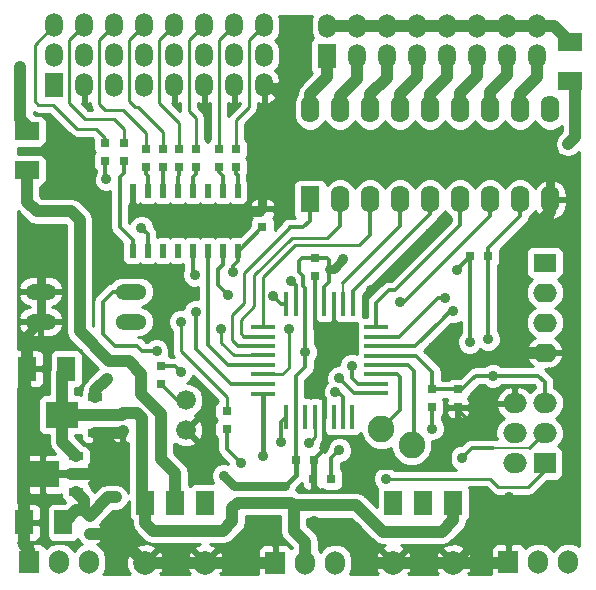
<source format=gtl>
G04 (created by PCBNEW-RS274X (2012-01-19 BZR 3256)-stable) date 15/03/2012 11:31:39*
G01*
G70*
G90*
%MOIN*%
G04 Gerber Fmt 3.4, Leading zero omitted, Abs format*
%FSLAX34Y34*%
G04 APERTURE LIST*
%ADD10C,0.006000*%
%ADD11R,0.047200X0.027600*%
%ADD12R,0.078700X0.027600*%
%ADD13R,0.110300X0.086600*%
%ADD14R,0.020000X0.045000*%
%ADD15R,0.031500X0.025000*%
%ADD16R,0.025000X0.031500*%
%ADD17R,0.062000X0.090000*%
%ADD18O,0.062000X0.090000*%
%ADD19R,0.017700X0.078700*%
%ADD20R,0.078700X0.017700*%
%ADD21R,0.060000X0.080000*%
%ADD22R,0.074800X0.066900*%
%ADD23O,0.078700X0.066900*%
%ADD24R,0.066900X0.074800*%
%ADD25O,0.066900X0.078700*%
%ADD26O,0.060000X0.078700*%
%ADD27R,0.060000X0.078700*%
%ADD28R,0.080000X0.060000*%
%ADD29R,0.074800X0.063000*%
%ADD30O,0.078700X0.063000*%
%ADD31C,0.088600*%
%ADD32R,0.059100X0.078700*%
%ADD33C,0.078700*%
%ADD34O,0.104000X0.052000*%
%ADD35C,0.066000*%
%ADD36C,0.035400*%
%ADD37C,0.039400*%
%ADD38C,0.013800*%
%ADD39C,0.009800*%
%ADD40C,0.008300*%
%ADD41C,0.017700*%
%ADD42C,0.031500*%
%ADD43C,0.010000*%
G04 APERTURE END LIST*
G54D10*
G54D11*
X18862Y-27717D03*
G54D12*
X18705Y-27126D03*
G54D11*
X18862Y-26535D03*
G54D13*
X17760Y-27126D03*
G54D14*
X24253Y-17671D03*
X23753Y-17671D03*
X23253Y-17671D03*
X22753Y-17671D03*
X22253Y-17671D03*
X21753Y-17671D03*
X21253Y-17671D03*
X20753Y-17671D03*
X20753Y-19671D03*
X21253Y-19671D03*
X21753Y-19671D03*
X22253Y-19671D03*
X22753Y-19671D03*
X23253Y-19671D03*
X23753Y-19671D03*
X24253Y-19671D03*
G54D15*
X26819Y-19913D03*
X26819Y-20513D03*
G54D16*
X26180Y-26646D03*
X26780Y-26646D03*
X27379Y-27276D03*
X26779Y-27276D03*
G54D15*
X25079Y-18883D03*
X25079Y-18283D03*
G54D17*
X26665Y-17969D03*
G54D18*
X27665Y-17969D03*
X28665Y-17969D03*
X29665Y-17969D03*
X30665Y-17969D03*
X31665Y-17969D03*
X32665Y-17969D03*
X33665Y-17969D03*
X34665Y-17969D03*
X34665Y-14969D03*
X33665Y-14969D03*
X32665Y-14969D03*
X31665Y-14969D03*
X30665Y-14969D03*
X29665Y-14969D03*
X28665Y-14969D03*
X27665Y-14969D03*
X26665Y-14969D03*
G54D19*
X25876Y-21443D03*
X26191Y-21443D03*
X26506Y-21443D03*
X26821Y-21443D03*
X27136Y-21443D03*
X27451Y-21443D03*
X27766Y-21443D03*
X28081Y-21443D03*
X28079Y-25209D03*
X25869Y-25209D03*
X26189Y-25209D03*
X26509Y-25209D03*
X26819Y-25209D03*
X27139Y-25209D03*
X27449Y-25209D03*
X27769Y-25209D03*
G54D20*
X28869Y-22227D03*
X28869Y-22541D03*
X28869Y-22857D03*
X28869Y-23171D03*
X28869Y-23487D03*
X28869Y-23801D03*
X28869Y-24117D03*
X28869Y-24431D03*
X25089Y-22229D03*
X25089Y-22539D03*
X25089Y-22859D03*
X25089Y-23169D03*
X25089Y-23479D03*
X25089Y-23799D03*
X25089Y-24119D03*
X25089Y-24439D03*
G54D21*
X17244Y-23610D03*
X18544Y-23610D03*
X17137Y-28728D03*
X18437Y-28728D03*
G54D15*
X20429Y-25102D03*
X20429Y-25702D03*
X19315Y-28503D03*
X19315Y-29103D03*
X24201Y-16287D03*
X24201Y-16887D03*
X23630Y-16275D03*
X23630Y-16875D03*
X22850Y-16275D03*
X22850Y-16875D03*
X22299Y-16287D03*
X22299Y-16887D03*
X21752Y-16287D03*
X21752Y-16887D03*
X21196Y-16292D03*
X21196Y-16892D03*
X20461Y-16082D03*
X20461Y-16682D03*
X19839Y-16074D03*
X19839Y-16674D03*
X30728Y-24887D03*
X30728Y-24287D03*
X23882Y-25023D03*
X23882Y-25623D03*
X31591Y-24302D03*
X31591Y-24902D03*
G54D22*
X34488Y-26756D03*
G54D23*
X33488Y-26756D03*
X34488Y-25756D03*
X33488Y-25756D03*
X34488Y-24756D03*
X33488Y-24756D03*
G54D24*
X33272Y-30055D03*
G54D25*
X34272Y-30055D03*
X35272Y-30055D03*
G54D24*
X17303Y-30055D03*
G54D25*
X18303Y-30055D03*
X19303Y-30055D03*
G54D24*
X25500Y-30091D03*
G54D25*
X26500Y-30091D03*
X27500Y-30091D03*
G54D26*
X25130Y-14161D03*
X24130Y-14161D03*
X23130Y-14161D03*
X22130Y-14161D03*
X21130Y-14161D03*
X20130Y-14161D03*
X19130Y-14161D03*
G54D27*
X18130Y-14161D03*
G54D26*
X18130Y-13161D03*
X18130Y-12161D03*
X19130Y-13161D03*
X19130Y-12161D03*
X20130Y-13161D03*
X20130Y-12161D03*
X21130Y-13161D03*
X21130Y-12161D03*
X22130Y-13161D03*
X22130Y-12161D03*
X23130Y-13161D03*
X23130Y-12161D03*
X24130Y-13161D03*
X24130Y-12161D03*
X25130Y-13161D03*
X25130Y-12161D03*
G54D27*
X27220Y-13181D03*
G54D26*
X27220Y-12181D03*
X28220Y-13181D03*
X28220Y-12181D03*
X29220Y-13181D03*
X29220Y-12181D03*
X30220Y-13181D03*
X30220Y-12181D03*
X31220Y-13181D03*
X31220Y-12181D03*
X32220Y-13181D03*
X32220Y-12181D03*
X33220Y-13181D03*
X33220Y-12181D03*
X34220Y-13181D03*
X34220Y-12181D03*
G54D28*
X17232Y-16989D03*
X17232Y-15689D03*
X35340Y-12730D03*
X35340Y-14030D03*
G54D29*
X34490Y-20070D03*
G54D30*
X34490Y-21070D03*
X34490Y-22070D03*
X34490Y-23070D03*
G54D31*
X29040Y-25620D03*
X30050Y-26150D03*
G54D16*
X32011Y-19854D03*
X32611Y-19854D03*
G54D32*
X30440Y-28070D03*
X31440Y-28070D03*
X29440Y-28070D03*
G54D33*
X29440Y-30070D03*
X31440Y-30070D03*
G54D32*
X22170Y-28070D03*
X23170Y-28070D03*
X21170Y-28070D03*
G54D33*
X21170Y-30070D03*
X23170Y-30070D03*
G54D15*
X21709Y-24135D03*
X21709Y-23535D03*
G54D34*
X17689Y-21039D03*
X17689Y-22039D03*
X20689Y-22039D03*
X20689Y-21039D03*
G54D35*
X22531Y-24661D03*
X22531Y-25661D03*
G54D11*
X19500Y-25741D03*
G54D12*
X19343Y-25150D03*
G54D11*
X19500Y-24559D03*
G54D13*
X18398Y-25150D03*
G54D36*
X28047Y-23508D03*
X27638Y-23925D03*
X21547Y-23028D03*
X22350Y-23713D03*
X27512Y-24382D03*
X23689Y-22280D03*
X22350Y-22051D03*
X32760Y-23850D03*
X32598Y-22626D03*
X31441Y-21689D03*
X25094Y-26520D03*
X29200Y-27270D03*
X31988Y-22713D03*
X31563Y-20311D03*
X22858Y-21709D03*
X31720Y-26590D03*
X25689Y-26055D03*
X31177Y-21248D03*
X19059Y-17059D03*
X18339Y-19051D03*
X17980Y-17752D03*
X19701Y-18469D03*
X17902Y-19311D03*
X17189Y-19520D03*
X19720Y-19909D03*
X18161Y-15811D03*
X31472Y-26102D03*
X28610Y-27800D03*
X31087Y-16386D03*
X17169Y-27831D03*
X19819Y-26228D03*
X20236Y-28547D03*
X22319Y-20795D03*
X34343Y-27811D03*
X33290Y-27890D03*
X28118Y-28898D03*
X30646Y-19091D03*
X26780Y-28717D03*
X34516Y-16386D03*
X35256Y-29228D03*
X28693Y-20980D03*
X27180Y-22580D03*
X26228Y-12181D03*
X32035Y-25425D03*
X28177Y-16386D03*
X28287Y-26043D03*
X30157Y-16386D03*
X29146Y-16386D03*
X21965Y-21665D03*
X33240Y-23335D03*
X24465Y-30091D03*
X24787Y-28665D03*
X32240Y-28340D03*
X21976Y-18614D03*
X30750Y-22900D03*
X31571Y-22244D03*
X25272Y-17051D03*
X35484Y-28583D03*
X34299Y-19114D03*
X24358Y-26748D03*
X35260Y-16122D03*
X26043Y-20681D03*
X22827Y-20484D03*
X21043Y-18906D03*
X19874Y-17291D03*
X25969Y-22276D03*
X29650Y-21400D03*
X27642Y-26327D03*
X26614Y-26094D03*
X23929Y-21138D03*
X25421Y-21177D03*
X17000Y-13539D03*
X24087Y-20370D03*
X23780Y-27181D03*
X19886Y-23949D03*
X20189Y-27902D03*
X30728Y-25606D03*
X26500Y-23051D03*
X27772Y-19965D03*
G54D37*
X19343Y-25150D02*
X20381Y-25150D01*
X24071Y-28701D02*
X24071Y-28260D01*
X31440Y-28070D02*
X31440Y-28660D01*
X21051Y-27951D02*
X21170Y-28070D01*
X26500Y-30091D02*
X26500Y-29382D01*
X20381Y-25150D02*
X20429Y-25102D01*
X24252Y-28079D02*
X26044Y-28079D01*
X21051Y-25251D02*
X21051Y-27951D01*
X28207Y-28157D02*
X27343Y-28157D01*
X29100Y-29050D02*
X28207Y-28157D01*
X21424Y-29004D02*
X23768Y-29004D01*
X18398Y-25150D02*
X19343Y-25150D01*
X21170Y-28070D02*
X21160Y-28070D01*
X18398Y-26052D02*
X18398Y-25150D01*
X20902Y-25102D02*
X21051Y-25251D01*
X20429Y-25102D02*
X20902Y-25102D01*
X21170Y-28750D02*
X21424Y-29004D01*
X21170Y-28070D02*
X21170Y-28750D01*
X26044Y-28079D02*
X26122Y-28157D01*
X31050Y-29050D02*
X29100Y-29050D01*
X27343Y-28157D02*
X26122Y-28157D01*
X26500Y-29382D02*
X26122Y-29004D01*
X18862Y-26535D02*
X18862Y-26516D01*
X31440Y-28660D02*
X31050Y-29050D01*
X18862Y-26516D02*
X18398Y-26052D01*
X24071Y-28260D02*
X24252Y-28079D01*
X23768Y-29004D02*
X24071Y-28701D01*
X18398Y-23756D02*
X18544Y-23610D01*
X26122Y-28157D02*
X26122Y-29004D01*
X18398Y-25150D02*
X18398Y-23756D01*
G54D38*
X28047Y-23905D02*
X28047Y-23508D01*
X28259Y-24117D02*
X28047Y-23905D01*
X28869Y-24117D02*
X28259Y-24117D01*
X28144Y-24431D02*
X27638Y-23925D01*
X19764Y-21516D02*
X19764Y-21374D01*
X20897Y-22854D02*
X20149Y-22854D01*
X20149Y-22854D02*
X19764Y-22469D01*
X28869Y-24431D02*
X28144Y-24431D01*
X19764Y-22469D02*
X19764Y-21516D01*
X21071Y-23028D02*
X20897Y-22854D01*
X20099Y-21039D02*
X20689Y-21039D01*
X19764Y-21374D02*
X20099Y-21039D01*
X21547Y-23028D02*
X21071Y-23028D01*
X27769Y-25209D02*
X27769Y-24549D01*
X27602Y-24382D02*
X27512Y-24382D01*
X22350Y-23713D02*
X22338Y-23701D01*
X27769Y-24549D02*
X27602Y-24382D01*
X22172Y-23535D02*
X21709Y-23535D01*
X22350Y-23713D02*
X22172Y-23535D01*
G54D39*
X23882Y-24563D02*
X23882Y-25023D01*
X22350Y-23031D02*
X23882Y-24563D01*
X25089Y-23169D02*
X24122Y-23169D01*
X24122Y-23169D02*
X23689Y-22736D01*
G54D40*
X23881Y-25023D02*
X23882Y-25023D01*
G54D39*
X22350Y-22051D02*
X22350Y-23031D01*
X23689Y-22736D02*
X23689Y-22280D01*
G54D38*
X30728Y-24287D02*
X30743Y-24302D01*
X33665Y-18520D02*
X32611Y-19574D01*
X34275Y-23850D02*
X34488Y-24063D01*
X32760Y-23850D02*
X34275Y-23850D01*
X32073Y-23959D02*
X32182Y-23850D01*
X30191Y-23171D02*
X30728Y-23708D01*
X32611Y-22613D02*
X32611Y-19854D01*
X30728Y-23708D02*
X30728Y-24287D01*
X32611Y-19854D02*
X32630Y-19873D01*
X28869Y-23171D02*
X30191Y-23171D01*
X31591Y-24302D02*
X31730Y-24302D01*
X30743Y-24302D02*
X31591Y-24302D01*
X32598Y-22626D02*
X32611Y-22613D01*
X31730Y-24302D02*
X32073Y-23959D01*
X32182Y-23850D02*
X32760Y-23850D01*
X32611Y-19574D02*
X32611Y-19854D01*
X33665Y-17969D02*
X33665Y-18520D01*
X34488Y-24063D02*
X34488Y-24756D01*
X31341Y-21689D02*
X31060Y-21970D01*
X30173Y-22857D02*
X31060Y-21970D01*
X30173Y-22857D02*
X28869Y-22857D01*
X31441Y-21689D02*
X31341Y-21689D01*
G54D41*
X25089Y-24439D02*
X25089Y-26515D01*
G54D39*
X33940Y-27550D02*
X32930Y-27550D01*
X32930Y-27550D02*
X32650Y-27270D01*
X34488Y-27002D02*
X34488Y-26756D01*
X32650Y-27270D02*
X29200Y-27270D01*
X34488Y-27002D02*
X33940Y-27550D01*
G54D41*
X25089Y-26515D02*
X25094Y-26520D01*
G54D38*
X32011Y-22690D02*
X32011Y-19854D01*
X25089Y-24119D02*
X24040Y-24119D01*
X31988Y-22713D02*
X32011Y-22690D01*
X32011Y-19854D02*
X32011Y-19863D01*
X32011Y-19953D02*
X32011Y-19854D01*
X24040Y-24119D02*
X22858Y-22937D01*
X22858Y-22339D02*
X22858Y-21709D01*
X22858Y-22937D02*
X22858Y-22339D01*
X31563Y-20311D02*
X32011Y-19863D01*
X25689Y-26055D02*
X25689Y-25389D01*
G54D40*
X33988Y-26256D02*
X32770Y-26256D01*
X32770Y-26256D02*
X32764Y-26256D01*
G54D38*
X34488Y-25756D02*
X33988Y-26256D01*
X31720Y-26590D02*
X32054Y-26256D01*
X25689Y-25389D02*
X25869Y-25209D01*
X32054Y-26256D02*
X32770Y-26256D01*
X30922Y-21248D02*
X30790Y-21380D01*
X29629Y-22541D02*
X30790Y-21380D01*
X31177Y-21248D02*
X30922Y-21248D01*
X29629Y-22541D02*
X28869Y-22541D01*
X19720Y-19909D02*
X19701Y-19890D01*
X18673Y-17059D02*
X19059Y-17059D01*
X18162Y-19051D02*
X18339Y-19051D01*
X19701Y-19890D02*
X19701Y-18469D01*
X17980Y-17752D02*
X18673Y-17059D01*
G54D42*
X17689Y-21039D02*
X17689Y-20098D01*
G54D37*
X23191Y-30091D02*
X23170Y-30070D01*
G54D42*
X17244Y-22484D02*
X17689Y-22039D01*
G54D38*
X17902Y-19311D02*
X18162Y-19051D01*
X17728Y-20059D02*
X17189Y-19520D01*
G54D42*
X17689Y-20098D02*
X17728Y-20059D01*
X17689Y-22039D02*
X17689Y-21039D01*
X17244Y-22685D02*
X17244Y-22484D01*
G54D37*
X17244Y-23610D02*
X17244Y-22685D01*
G54D38*
X32582Y-24756D02*
X32436Y-24902D01*
X27139Y-25209D02*
X27139Y-26287D01*
G54D37*
X17169Y-27842D02*
X17137Y-27874D01*
X28410Y-29910D02*
X28580Y-30080D01*
X19819Y-26783D02*
X19819Y-26228D01*
G54D42*
X33240Y-23335D02*
X31185Y-23335D01*
G54D37*
X24465Y-30091D02*
X25500Y-30091D01*
G54D38*
X28610Y-27210D02*
X28610Y-27800D01*
G54D37*
X19476Y-27126D02*
X19819Y-26783D01*
X20390Y-25741D02*
X20429Y-25702D01*
X20218Y-29118D02*
X21170Y-30070D01*
X20236Y-29100D02*
X20236Y-28547D01*
X19330Y-29118D02*
X20218Y-29118D01*
G54D38*
X31335Y-26239D02*
X31472Y-26102D01*
G54D37*
X19315Y-29103D02*
X19330Y-29118D01*
X34087Y-18973D02*
X33240Y-19820D01*
X28580Y-30080D02*
X29430Y-30080D01*
X26961Y-28898D02*
X26780Y-28717D01*
G54D42*
X30157Y-16386D02*
X29146Y-16386D01*
G54D37*
X17137Y-29500D02*
X17137Y-28728D01*
G54D38*
X26821Y-21443D02*
X26821Y-22277D01*
G54D37*
X34665Y-18395D02*
X34087Y-18973D01*
G54D41*
X27161Y-23330D02*
X26823Y-23668D01*
G54D37*
X31440Y-30070D02*
X33257Y-30070D01*
G54D38*
X27984Y-27615D02*
X27984Y-26614D01*
G54D37*
X34665Y-17969D02*
X34665Y-18395D01*
G54D42*
X27180Y-22580D02*
X27161Y-22580D01*
G54D38*
X31335Y-26909D02*
X31335Y-26239D01*
G54D40*
X21984Y-18606D02*
X21976Y-18614D01*
G54D42*
X21984Y-18374D02*
X24988Y-18374D01*
G54D38*
X26819Y-21441D02*
X26821Y-21443D01*
G54D42*
X31087Y-16386D02*
X30157Y-16386D01*
X25272Y-17051D02*
X26201Y-16122D01*
G54D39*
X32240Y-28340D02*
X32690Y-27890D01*
G54D38*
X30646Y-19091D02*
X28757Y-20980D01*
X31591Y-24902D02*
X31591Y-24981D01*
G54D37*
X29440Y-30070D02*
X31440Y-30070D01*
G54D38*
X30750Y-22900D02*
X30915Y-22900D01*
G54D39*
X31440Y-30070D02*
X31610Y-30070D01*
G54D37*
X29430Y-30080D02*
X29440Y-30070D01*
G54D38*
X31591Y-24981D02*
X32035Y-25425D01*
G54D39*
X24465Y-30091D02*
X24465Y-29307D01*
G54D42*
X34516Y-16386D02*
X31087Y-16386D01*
G54D38*
X30915Y-22900D02*
X31571Y-22244D01*
G54D37*
X24465Y-30091D02*
X23191Y-30091D01*
G54D39*
X32690Y-27890D02*
X33290Y-27890D01*
G54D42*
X26000Y-15921D02*
X25665Y-15586D01*
G54D38*
X26779Y-27276D02*
X26779Y-27480D01*
X33272Y-29448D02*
X33492Y-29228D01*
X28757Y-20980D02*
X28693Y-20980D01*
X33240Y-23335D02*
X33232Y-23327D01*
X27019Y-27720D02*
X27879Y-27720D01*
X28287Y-26311D02*
X28287Y-26043D01*
X26821Y-22277D02*
X26918Y-22374D01*
X33492Y-29228D02*
X35256Y-29228D01*
G54D37*
X19500Y-25741D02*
X20390Y-25741D01*
X20218Y-29118D02*
X20236Y-29100D01*
X18705Y-27126D02*
X19476Y-27126D01*
X19721Y-25741D02*
X19500Y-25741D01*
X19819Y-25839D02*
X19721Y-25741D01*
G54D40*
X21984Y-18374D02*
X21984Y-18606D01*
G54D38*
X35484Y-28583D02*
X34712Y-27811D01*
G54D42*
X25079Y-17244D02*
X25272Y-17051D01*
G54D38*
X26819Y-20513D02*
X26819Y-21441D01*
G54D37*
X28118Y-28898D02*
X28410Y-29190D01*
X17169Y-27831D02*
X17169Y-27842D01*
G54D42*
X25665Y-14535D02*
X25291Y-14161D01*
G54D37*
X17137Y-23717D02*
X17244Y-23610D01*
G54D42*
X25291Y-14161D02*
X25130Y-14161D01*
G54D38*
X31335Y-26909D02*
X28911Y-26909D01*
G54D39*
X24465Y-29307D02*
X24787Y-28985D01*
G54D37*
X19819Y-26228D02*
X19819Y-25839D01*
G54D38*
X20753Y-18179D02*
X20948Y-18374D01*
X34087Y-18973D02*
X34158Y-18973D01*
G54D37*
X33257Y-30070D02*
X33272Y-30055D01*
G54D38*
X20753Y-17671D02*
X20753Y-18179D01*
G54D42*
X29146Y-16386D02*
X28177Y-16386D01*
G54D38*
X33232Y-23327D02*
X33232Y-23311D01*
X27879Y-27720D02*
X27984Y-27615D01*
G54D37*
X17303Y-29666D02*
X17137Y-29500D01*
G54D41*
X26823Y-24260D02*
X27139Y-24576D01*
G54D38*
X26779Y-27480D02*
X27019Y-27720D01*
G54D41*
X27139Y-24576D02*
X27139Y-25209D01*
G54D42*
X26228Y-12181D02*
X26220Y-12181D01*
X20948Y-18374D02*
X21984Y-18374D01*
G54D38*
X26780Y-27275D02*
X26779Y-27276D01*
G54D37*
X17137Y-27284D02*
X17137Y-23717D01*
X17137Y-27874D02*
X17137Y-27284D01*
X17295Y-27126D02*
X17760Y-27126D01*
X17137Y-27284D02*
X17295Y-27126D01*
X23170Y-30070D02*
X21170Y-30070D01*
G54D42*
X34665Y-17969D02*
X34665Y-16535D01*
X26201Y-16122D02*
X26000Y-15921D01*
G54D39*
X31610Y-30070D02*
X32240Y-29440D01*
G54D37*
X34490Y-23070D02*
X33505Y-23070D01*
G54D38*
X28911Y-26909D02*
X28610Y-27210D01*
X34158Y-18973D02*
X34299Y-19114D01*
X24988Y-18374D02*
X25079Y-18283D01*
X31335Y-26913D02*
X31335Y-26909D01*
X27161Y-22374D02*
X27161Y-22580D01*
G54D37*
X33505Y-23070D02*
X33240Y-23335D01*
G54D38*
X27139Y-26287D02*
X26780Y-26646D01*
X34712Y-27811D02*
X34343Y-27811D01*
X27161Y-22580D02*
X27161Y-23343D01*
G54D37*
X17137Y-28728D02*
X17137Y-27874D01*
G54D38*
X26918Y-22374D02*
X27161Y-22374D01*
G54D37*
X17303Y-30055D02*
X17303Y-29666D01*
G54D38*
X27291Y-22374D02*
X27451Y-22214D01*
X27984Y-26614D02*
X28287Y-26311D01*
X26780Y-26646D02*
X26780Y-27275D01*
G54D42*
X31185Y-23335D02*
X30750Y-22900D01*
G54D41*
X26823Y-23668D02*
X26823Y-24260D01*
G54D42*
X34665Y-16535D02*
X34516Y-16386D01*
G54D39*
X32240Y-29440D02*
X32240Y-28340D01*
G54D37*
X28410Y-29190D02*
X28410Y-29910D01*
G54D42*
X26465Y-16386D02*
X26201Y-16122D01*
G54D38*
X33272Y-30055D02*
X33272Y-29448D01*
G54D39*
X24787Y-28985D02*
X24787Y-28665D01*
G54D37*
X28118Y-28898D02*
X26961Y-28898D01*
G54D38*
X27451Y-22214D02*
X27451Y-21443D01*
X32436Y-24902D02*
X31591Y-24902D01*
G54D42*
X25079Y-18283D02*
X25079Y-17244D01*
G54D38*
X33488Y-24756D02*
X32582Y-24756D01*
G54D37*
X33240Y-19820D02*
X33240Y-23335D01*
G54D42*
X25665Y-15586D02*
X25665Y-14535D01*
G54D38*
X27161Y-22374D02*
X27291Y-22374D01*
G54D42*
X28177Y-16386D02*
X26465Y-16386D01*
G54D37*
X29220Y-13910D02*
X29220Y-13181D01*
X28665Y-14969D02*
X28665Y-14465D01*
X28665Y-14465D02*
X29220Y-13910D01*
X27220Y-13898D02*
X27220Y-13181D01*
X26665Y-14969D02*
X26665Y-14453D01*
X26665Y-14453D02*
X27220Y-13898D01*
G54D38*
X24358Y-26748D02*
X23882Y-26272D01*
X23882Y-25623D02*
X23882Y-26272D01*
G54D37*
X21043Y-23780D02*
X20613Y-23350D01*
X17232Y-18043D02*
X17232Y-16989D01*
X21693Y-26615D02*
X21693Y-25110D01*
X17547Y-18358D02*
X17232Y-18043D01*
X21693Y-25110D02*
X21043Y-24460D01*
X18988Y-18646D02*
X18700Y-18358D01*
X18700Y-18358D02*
X17547Y-18358D01*
X22170Y-27092D02*
X21693Y-26615D01*
X19976Y-23350D02*
X18988Y-22362D01*
X18988Y-22362D02*
X18988Y-18646D01*
X22170Y-27229D02*
X22170Y-27092D01*
X21043Y-24460D02*
X21043Y-23780D01*
X22170Y-28070D02*
X22170Y-27229D01*
X20613Y-23350D02*
X19976Y-23350D01*
X35260Y-16122D02*
X35504Y-15878D01*
X35504Y-15878D02*
X35504Y-14194D01*
X35504Y-14194D02*
X35340Y-14030D01*
G54D38*
X22753Y-17212D02*
X22753Y-17671D01*
X22850Y-16875D02*
X22850Y-17115D01*
X22850Y-17115D02*
X22753Y-17212D01*
X26191Y-21443D02*
X26191Y-20829D01*
G54D40*
X22827Y-20484D02*
X22753Y-20410D01*
G54D38*
X26191Y-20829D02*
X26043Y-20681D01*
X22753Y-20410D02*
X22753Y-19671D01*
G54D40*
X19874Y-17291D02*
X19839Y-17256D01*
G54D38*
X19839Y-17256D02*
X19839Y-16674D01*
X21253Y-19671D02*
X21253Y-19116D01*
X21253Y-19116D02*
X21043Y-18906D01*
X20319Y-18886D02*
X20753Y-19320D01*
X20461Y-16682D02*
X20461Y-17082D01*
X20319Y-17224D02*
X20319Y-18886D01*
X20753Y-19320D02*
X20753Y-19671D01*
X20461Y-17082D02*
X20319Y-17224D01*
X21752Y-17150D02*
X21753Y-17151D01*
X21752Y-16887D02*
X21752Y-17150D01*
X21753Y-17151D02*
X21753Y-17671D01*
G54D37*
X30665Y-14969D02*
X30665Y-14457D01*
X31220Y-13902D02*
X31220Y-13181D01*
X30665Y-14457D02*
X31220Y-13902D01*
X28220Y-13949D02*
X28220Y-13181D01*
X27665Y-14969D02*
X27665Y-14504D01*
X27665Y-14504D02*
X28220Y-13949D01*
X29665Y-14453D02*
X30220Y-13898D01*
X30220Y-13898D02*
X30220Y-13181D01*
X29665Y-14969D02*
X29665Y-14453D01*
X32665Y-14969D02*
X32665Y-14386D01*
X32665Y-14386D02*
X33220Y-13831D01*
X33220Y-13831D02*
X33220Y-13181D01*
G54D39*
X25744Y-23799D02*
X25089Y-23799D01*
X25969Y-23574D02*
X25969Y-22276D01*
G54D38*
X29780Y-21400D02*
X32665Y-18515D01*
X32665Y-17969D02*
X32665Y-18515D01*
G54D39*
X25744Y-23799D02*
X25969Y-23574D01*
X29650Y-21400D02*
X29780Y-21400D01*
G54D40*
X28081Y-21443D02*
X28081Y-21033D01*
G54D38*
X28081Y-21033D02*
X30665Y-18449D01*
X30665Y-18449D02*
X30665Y-17969D01*
X30130Y-23700D02*
X30130Y-26070D01*
X30130Y-26070D02*
X30050Y-26150D01*
X28869Y-23487D02*
X29917Y-23487D01*
X29917Y-23487D02*
X30130Y-23700D01*
X29040Y-25620D02*
X29660Y-25000D01*
X29561Y-23801D02*
X28869Y-23801D01*
X29561Y-23801D02*
X29660Y-23900D01*
X29660Y-25000D02*
X29660Y-23900D01*
X23253Y-19671D02*
X23253Y-22804D01*
X23253Y-22804D02*
X23928Y-23479D01*
X23928Y-23479D02*
X25089Y-23479D01*
X29480Y-20996D02*
X29292Y-20996D01*
X29292Y-20996D02*
X28869Y-21419D01*
X31665Y-17969D02*
X31665Y-18811D01*
X31665Y-18811D02*
X29480Y-20996D01*
X28869Y-21419D02*
X28869Y-22227D01*
X25992Y-18894D02*
X26441Y-18894D01*
X26441Y-18894D02*
X26665Y-18670D01*
G54D39*
X24063Y-22666D02*
X24063Y-21823D01*
X24063Y-21823D02*
X24476Y-21410D01*
X24476Y-21410D02*
X24476Y-20410D01*
X24476Y-20410D02*
X25992Y-18894D01*
G54D38*
X25089Y-22859D02*
X24256Y-22859D01*
G54D39*
X24256Y-22859D02*
X24063Y-22666D01*
G54D38*
X26665Y-18670D02*
X26665Y-17969D01*
G54D39*
X26819Y-25209D02*
X26819Y-25889D01*
X26819Y-25889D02*
X26614Y-26094D01*
G54D38*
X27379Y-26590D02*
X27642Y-26327D01*
X27379Y-26590D02*
X27379Y-27276D01*
G54D39*
X24464Y-22539D02*
X24358Y-22433D01*
G54D38*
X27268Y-19236D02*
X27665Y-18839D01*
G54D39*
X26048Y-19236D02*
X27268Y-19236D01*
G54D38*
X25089Y-22539D02*
X24464Y-22539D01*
X27665Y-18839D02*
X27665Y-17969D01*
G54D39*
X24811Y-21535D02*
X24811Y-20473D01*
X24811Y-20473D02*
X26048Y-19236D01*
X24358Y-22433D02*
X24358Y-21988D01*
X24358Y-21988D02*
X24811Y-21535D01*
X25089Y-20564D02*
X26169Y-19484D01*
G54D38*
X28665Y-19138D02*
X28665Y-17969D01*
G54D39*
X26169Y-19484D02*
X28319Y-19484D01*
X25089Y-22229D02*
X25089Y-20564D01*
G54D38*
X28319Y-19484D02*
X28665Y-19138D01*
X25876Y-21443D02*
X25687Y-21443D01*
X23610Y-20819D02*
X23610Y-20291D01*
X25687Y-21443D02*
X25421Y-21177D01*
X23610Y-20291D02*
X23753Y-20148D01*
X23753Y-20148D02*
X23753Y-19671D01*
X23929Y-21138D02*
X23610Y-20819D01*
G54D40*
X27766Y-20742D02*
X27766Y-21443D01*
G54D38*
X29665Y-18843D02*
X27766Y-20742D01*
X29665Y-17969D02*
X29665Y-18843D01*
G54D39*
X23630Y-16275D02*
X23630Y-12661D01*
X23630Y-12661D02*
X24130Y-12161D01*
X22630Y-12661D02*
X23130Y-12161D01*
X22630Y-15019D02*
X22630Y-12661D01*
X22850Y-15239D02*
X22630Y-15019D01*
X22850Y-16275D02*
X22850Y-15239D01*
X22299Y-15413D02*
X21630Y-14744D01*
X22299Y-16287D02*
X22299Y-15413D01*
X21630Y-14744D02*
X21630Y-12661D01*
X21630Y-12661D02*
X22130Y-12161D01*
X20630Y-14670D02*
X20630Y-12661D01*
X21752Y-15705D02*
X20917Y-14870D01*
X20917Y-14870D02*
X20830Y-14870D01*
X20630Y-12661D02*
X21130Y-12161D01*
X20830Y-14870D02*
X20630Y-14670D01*
X21752Y-16287D02*
X21752Y-15705D01*
X24201Y-16287D02*
X24201Y-15322D01*
X24626Y-12665D02*
X25130Y-12161D01*
X24201Y-15322D02*
X24626Y-14897D01*
X24626Y-14897D02*
X24626Y-12665D01*
G54D37*
X29220Y-12181D02*
X30220Y-12181D01*
X30220Y-12181D02*
X31220Y-12181D01*
X34791Y-12181D02*
X35340Y-12730D01*
X32220Y-12181D02*
X33220Y-12181D01*
X28220Y-12181D02*
X29220Y-12181D01*
X33220Y-12181D02*
X34220Y-12181D01*
X34220Y-12181D02*
X34791Y-12181D01*
X31220Y-12181D02*
X32220Y-12181D01*
X27220Y-12181D02*
X28220Y-12181D01*
X34220Y-13898D02*
X34220Y-13181D01*
X33665Y-14453D02*
X34220Y-13898D01*
X33665Y-14969D02*
X33665Y-14453D01*
G54D39*
X19839Y-14992D02*
X19630Y-14783D01*
X19630Y-12661D02*
X20130Y-12161D01*
X21196Y-16292D02*
X21196Y-15756D01*
X19630Y-14783D02*
X19630Y-12661D01*
X20432Y-14992D02*
X19839Y-14992D01*
X21196Y-15756D02*
X20432Y-14992D01*
X19147Y-15280D02*
X18630Y-14763D01*
X20130Y-15280D02*
X19147Y-15280D01*
X20461Y-15611D02*
X20130Y-15280D01*
X18630Y-14763D02*
X18630Y-12661D01*
X20461Y-16082D02*
X20461Y-15611D01*
X18630Y-12661D02*
X19130Y-12161D01*
X17484Y-14685D02*
X17484Y-12807D01*
X17610Y-14811D02*
X17484Y-14685D01*
X18897Y-15610D02*
X18098Y-14811D01*
X18098Y-14811D02*
X17610Y-14811D01*
X19839Y-16074D02*
X19839Y-15934D01*
X19515Y-15610D02*
X18897Y-15610D01*
X17484Y-12807D02*
X18130Y-12161D01*
X19839Y-15934D02*
X19515Y-15610D01*
G54D37*
X17232Y-15689D02*
X17232Y-15516D01*
X17232Y-15516D02*
X17000Y-15284D01*
X17000Y-15284D02*
X17000Y-13539D01*
G54D38*
X21253Y-17186D02*
X21253Y-17671D01*
X21196Y-17129D02*
X21253Y-17186D01*
X21196Y-16892D02*
X21196Y-17129D01*
X23630Y-16875D02*
X23630Y-17067D01*
X23753Y-17190D02*
X23753Y-17671D01*
X23630Y-17067D02*
X23753Y-17190D01*
X24201Y-16887D02*
X24201Y-17114D01*
X24253Y-17166D02*
X24253Y-17671D01*
X24201Y-17114D02*
X24253Y-17166D01*
X22299Y-17158D02*
X22253Y-17204D01*
X22253Y-17204D02*
X22253Y-17671D01*
X22299Y-16887D02*
X22299Y-17158D01*
X21709Y-24135D02*
X22235Y-24661D01*
X22235Y-24661D02*
X22531Y-24661D01*
G54D37*
X31665Y-14969D02*
X31665Y-14417D01*
X32220Y-13862D02*
X32220Y-13181D01*
X31665Y-14417D02*
X32220Y-13862D01*
X19143Y-27998D02*
X18862Y-27717D01*
G54D42*
X23780Y-27181D02*
X24119Y-27520D01*
G54D37*
X19886Y-23949D02*
X19500Y-24335D01*
G54D38*
X30728Y-24887D02*
X30728Y-25606D01*
X33488Y-26756D02*
X33468Y-26776D01*
G54D41*
X25819Y-27520D02*
X26180Y-27159D01*
G54D37*
X19143Y-28331D02*
X19315Y-28503D01*
X19916Y-27902D02*
X19315Y-28503D01*
X20189Y-27902D02*
X19916Y-27902D01*
X19143Y-28331D02*
X19143Y-27998D01*
G54D38*
X24087Y-20180D02*
X24253Y-20014D01*
G54D37*
X18437Y-28728D02*
X18481Y-28728D01*
G54D42*
X24119Y-27520D02*
X25819Y-27520D01*
G54D38*
X26500Y-21449D02*
X26506Y-21443D01*
G54D37*
X18481Y-28728D02*
X18878Y-28331D01*
X19500Y-24335D02*
X19500Y-24559D01*
G54D38*
X24253Y-19671D02*
X24291Y-19671D01*
X26506Y-20927D02*
X26506Y-21443D01*
X26500Y-23051D02*
X26500Y-21449D01*
G54D37*
X18878Y-28331D02*
X19143Y-28331D01*
G54D41*
X26180Y-26646D02*
X26180Y-27159D01*
G54D38*
X27136Y-21443D02*
X27136Y-20900D01*
G54D42*
X27461Y-20276D02*
X27772Y-19965D01*
G54D38*
X26441Y-20862D02*
X26506Y-20927D01*
X24291Y-19671D02*
X25079Y-18883D01*
X26189Y-23860D02*
X26500Y-23549D01*
X27311Y-19992D02*
X27232Y-19913D01*
X26500Y-23496D02*
X26500Y-23051D01*
X27311Y-20725D02*
X27311Y-20276D01*
X26819Y-19913D02*
X26394Y-19913D01*
X26303Y-20150D02*
X26303Y-20377D01*
X27311Y-20276D02*
X27311Y-19992D01*
X26394Y-19913D02*
X26303Y-20004D01*
X27136Y-20900D02*
X27311Y-20725D01*
X26441Y-20515D02*
X26441Y-20862D01*
X26303Y-20377D02*
X26441Y-20515D01*
X26303Y-20004D02*
X26303Y-20150D01*
G54D42*
X27311Y-20276D02*
X27461Y-20276D01*
G54D38*
X26189Y-25988D02*
X26189Y-25209D01*
X27232Y-19913D02*
X26819Y-19913D01*
X24087Y-20370D02*
X24087Y-20180D01*
X26180Y-26646D02*
X26180Y-25997D01*
X24253Y-20014D02*
X24253Y-19671D01*
X26189Y-25209D02*
X26189Y-23860D01*
X26500Y-23549D02*
X26500Y-23496D01*
X26180Y-25997D02*
X26189Y-25988D01*
G54D10*
G36*
X18180Y-14211D02*
X18080Y-14211D01*
X18080Y-14111D01*
X18180Y-14111D01*
X18180Y-14211D01*
X18180Y-14211D01*
G37*
G54D43*
X18180Y-14211D02*
X18080Y-14211D01*
X18080Y-14111D01*
X18180Y-14111D01*
X18180Y-14211D01*
G54D10*
G36*
X19410Y-14981D02*
X19270Y-14981D01*
X19046Y-14757D01*
X19080Y-14739D01*
X19080Y-14261D01*
X19080Y-14211D01*
X19080Y-14111D01*
X19180Y-14111D01*
X19180Y-14211D01*
X19180Y-14261D01*
X19180Y-14739D01*
X19265Y-14786D01*
X19299Y-14772D01*
X19331Y-14754D01*
X19331Y-14783D01*
X19350Y-14878D01*
X19354Y-14898D01*
X19410Y-14981D01*
X19410Y-14981D01*
G37*
G54D43*
X19410Y-14981D02*
X19270Y-14981D01*
X19046Y-14757D01*
X19080Y-14739D01*
X19080Y-14261D01*
X19080Y-14211D01*
X19080Y-14111D01*
X19180Y-14111D01*
X19180Y-14211D01*
X19180Y-14261D01*
X19180Y-14739D01*
X19265Y-14786D01*
X19299Y-14772D01*
X19331Y-14754D01*
X19331Y-14783D01*
X19350Y-14878D01*
X19354Y-14898D01*
X19410Y-14981D01*
G54D10*
G36*
X20180Y-14211D02*
X20080Y-14211D01*
X20080Y-14111D01*
X20180Y-14111D01*
X20180Y-14211D01*
X20180Y-14211D01*
G37*
G54D43*
X20180Y-14211D02*
X20080Y-14211D01*
X20080Y-14111D01*
X20180Y-14111D01*
X20180Y-14211D01*
G54D10*
G36*
X20604Y-27741D02*
X20602Y-27731D01*
X20505Y-27586D01*
X20379Y-27501D01*
X20379Y-26015D01*
X20379Y-25752D01*
X20084Y-25752D01*
X20022Y-25814D01*
X20023Y-25876D01*
X20061Y-25968D01*
X20131Y-26038D01*
X20222Y-26076D01*
X20318Y-26076D01*
X20379Y-26015D01*
X20379Y-27501D01*
X20360Y-27489D01*
X20189Y-27455D01*
X19986Y-27455D01*
X19986Y-25853D01*
X19924Y-25791D01*
X19550Y-25791D01*
X19550Y-26067D01*
X19612Y-26129D01*
X19687Y-26128D01*
X19786Y-26128D01*
X19877Y-26090D01*
X19947Y-26020D01*
X19985Y-25928D01*
X19986Y-25853D01*
X19986Y-27455D01*
X19916Y-27455D01*
X19745Y-27489D01*
X19600Y-27586D01*
X19599Y-27586D01*
X19599Y-27587D01*
X19477Y-27708D01*
X19459Y-27682D01*
X19347Y-27570D01*
X19347Y-27530D01*
X19309Y-27438D01*
X19292Y-27421D01*
X19309Y-27405D01*
X19347Y-27313D01*
X19348Y-27238D01*
X19286Y-27176D01*
X18805Y-27176D01*
X18755Y-27176D01*
X18655Y-27176D01*
X18605Y-27176D01*
X18499Y-27176D01*
X18124Y-27176D01*
X17810Y-27176D01*
X17810Y-27747D01*
X17872Y-27809D01*
X18262Y-27808D01*
X18361Y-27808D01*
X18377Y-27801D01*
X18377Y-27904D01*
X18415Y-27996D01*
X18485Y-28066D01*
X18503Y-28073D01*
X18498Y-28079D01*
X18088Y-28079D01*
X17996Y-28117D01*
X17926Y-28187D01*
X17888Y-28278D01*
X17888Y-28377D01*
X17888Y-29177D01*
X17926Y-29269D01*
X17996Y-29339D01*
X18087Y-29377D01*
X18186Y-29377D01*
X18786Y-29377D01*
X18878Y-29339D01*
X18918Y-29298D01*
X18947Y-29369D01*
X19017Y-29439D01*
X19069Y-29460D01*
X18979Y-29498D01*
X18818Y-29659D01*
X18803Y-29694D01*
X18789Y-29660D01*
X18628Y-29499D01*
X18418Y-29411D01*
X18190Y-29411D01*
X17979Y-29498D01*
X17874Y-29602D01*
X17848Y-29540D01*
X17778Y-29470D01*
X17710Y-29441D01*
X17710Y-27747D01*
X17710Y-27176D01*
X17710Y-27076D01*
X17710Y-26505D01*
X17648Y-26443D01*
X17258Y-26444D01*
X17159Y-26444D01*
X17068Y-26482D01*
X16998Y-26552D01*
X16960Y-26644D01*
X16959Y-27014D01*
X17021Y-27076D01*
X17710Y-27076D01*
X17710Y-27176D01*
X17021Y-27176D01*
X16959Y-27238D01*
X16960Y-27608D01*
X16998Y-27700D01*
X17068Y-27770D01*
X17159Y-27808D01*
X17258Y-27808D01*
X17648Y-27809D01*
X17710Y-27747D01*
X17710Y-29441D01*
X17687Y-29432D01*
X17687Y-28840D01*
X17687Y-28616D01*
X17686Y-28377D01*
X17686Y-28278D01*
X17648Y-28187D01*
X17578Y-28117D01*
X17486Y-28079D01*
X17249Y-28078D01*
X17187Y-28140D01*
X17187Y-28678D01*
X17625Y-28678D01*
X17687Y-28616D01*
X17687Y-28840D01*
X17625Y-28778D01*
X17187Y-28778D01*
X17187Y-29316D01*
X17249Y-29378D01*
X17486Y-29377D01*
X17578Y-29339D01*
X17648Y-29269D01*
X17686Y-29178D01*
X17686Y-29079D01*
X17687Y-28840D01*
X17687Y-29432D01*
X17686Y-29432D01*
X17415Y-29431D01*
X17353Y-29493D01*
X17353Y-29955D01*
X17353Y-30005D01*
X17353Y-30105D01*
X17253Y-30105D01*
X17253Y-30005D01*
X17253Y-29955D01*
X17253Y-29493D01*
X17191Y-29431D01*
X16920Y-29432D01*
X16915Y-29434D01*
X16915Y-29377D01*
X17025Y-29378D01*
X17087Y-29316D01*
X17087Y-28828D01*
X17087Y-28778D01*
X17087Y-28678D01*
X17087Y-28628D01*
X17087Y-28140D01*
X17025Y-28078D01*
X16915Y-28078D01*
X16915Y-24259D01*
X17132Y-24260D01*
X17194Y-24198D01*
X17194Y-23710D01*
X17194Y-23660D01*
X17194Y-23560D01*
X17194Y-23510D01*
X17194Y-23022D01*
X17132Y-22960D01*
X16915Y-22960D01*
X16915Y-18357D01*
X16916Y-18359D01*
X17231Y-18674D01*
X17376Y-18771D01*
X17547Y-18805D01*
X18515Y-18805D01*
X18541Y-18831D01*
X18541Y-22362D01*
X18575Y-22533D01*
X18672Y-22678D01*
X19604Y-23610D01*
X19569Y-23634D01*
X19184Y-24019D01*
X19087Y-24164D01*
X19066Y-24266D01*
X19053Y-24280D01*
X19015Y-24371D01*
X19015Y-24470D01*
X19015Y-24474D01*
X18999Y-24468D01*
X18900Y-24468D01*
X18845Y-24468D01*
X18845Y-24259D01*
X18893Y-24259D01*
X18985Y-24221D01*
X19055Y-24151D01*
X19093Y-24060D01*
X19093Y-23961D01*
X19093Y-23161D01*
X19055Y-23069D01*
X18985Y-22999D01*
X18894Y-22961D01*
X18795Y-22961D01*
X18442Y-22961D01*
X18442Y-22168D01*
X18442Y-21910D01*
X18366Y-21735D01*
X18218Y-21598D01*
X18056Y-21539D01*
X18218Y-21480D01*
X18366Y-21343D01*
X18442Y-21168D01*
X18442Y-20910D01*
X18366Y-20735D01*
X18218Y-20598D01*
X18029Y-20529D01*
X17739Y-20529D01*
X17739Y-20989D01*
X18394Y-20989D01*
X18442Y-20910D01*
X18442Y-21168D01*
X18394Y-21089D01*
X17739Y-21089D01*
X17739Y-21529D01*
X17739Y-21549D01*
X17739Y-21989D01*
X18394Y-21989D01*
X18442Y-21910D01*
X18442Y-22168D01*
X18394Y-22089D01*
X17739Y-22089D01*
X17739Y-22549D01*
X18029Y-22549D01*
X18218Y-22480D01*
X18366Y-22343D01*
X18442Y-22168D01*
X18442Y-22961D01*
X18195Y-22961D01*
X18103Y-22999D01*
X18033Y-23069D01*
X17995Y-23160D01*
X17995Y-23259D01*
X17995Y-23570D01*
X17985Y-23585D01*
X17951Y-23756D01*
X17951Y-24468D01*
X17798Y-24468D01*
X17794Y-24469D01*
X17794Y-23722D01*
X17794Y-23498D01*
X17793Y-23259D01*
X17793Y-23160D01*
X17755Y-23069D01*
X17685Y-22999D01*
X17639Y-22980D01*
X17639Y-22549D01*
X17639Y-22089D01*
X17639Y-21989D01*
X17639Y-21549D01*
X17639Y-21529D01*
X17639Y-21089D01*
X17639Y-20989D01*
X17639Y-20529D01*
X17349Y-20529D01*
X17160Y-20598D01*
X17012Y-20735D01*
X16936Y-20910D01*
X16984Y-20989D01*
X17639Y-20989D01*
X17639Y-21089D01*
X16984Y-21089D01*
X16936Y-21168D01*
X17012Y-21343D01*
X17160Y-21480D01*
X17321Y-21539D01*
X17160Y-21598D01*
X17012Y-21735D01*
X16936Y-21910D01*
X16984Y-21989D01*
X17639Y-21989D01*
X17639Y-22089D01*
X16984Y-22089D01*
X16936Y-22168D01*
X17012Y-22343D01*
X17160Y-22480D01*
X17349Y-22549D01*
X17639Y-22549D01*
X17639Y-22980D01*
X17593Y-22961D01*
X17356Y-22960D01*
X17294Y-23022D01*
X17294Y-23560D01*
X17732Y-23560D01*
X17794Y-23498D01*
X17794Y-23722D01*
X17732Y-23660D01*
X17294Y-23660D01*
X17294Y-24198D01*
X17356Y-24260D01*
X17593Y-24259D01*
X17685Y-24221D01*
X17755Y-24151D01*
X17793Y-24060D01*
X17793Y-23961D01*
X17794Y-23722D01*
X17794Y-24469D01*
X17706Y-24506D01*
X17636Y-24576D01*
X17598Y-24667D01*
X17598Y-24766D01*
X17598Y-25632D01*
X17636Y-25724D01*
X17706Y-25794D01*
X17797Y-25832D01*
X17896Y-25832D01*
X17951Y-25832D01*
X17951Y-26052D01*
X17985Y-26223D01*
X18082Y-26368D01*
X18157Y-26443D01*
X17872Y-26443D01*
X17810Y-26505D01*
X17810Y-27076D01*
X18124Y-27076D01*
X18499Y-27076D01*
X18605Y-27076D01*
X18655Y-27076D01*
X18755Y-27076D01*
X18805Y-27076D01*
X19286Y-27076D01*
X19348Y-27014D01*
X19347Y-26939D01*
X19309Y-26847D01*
X19292Y-26830D01*
X19309Y-26814D01*
X19347Y-26723D01*
X19347Y-26624D01*
X19347Y-26348D01*
X19309Y-26256D01*
X19239Y-26186D01*
X19148Y-26148D01*
X19126Y-26148D01*
X18845Y-25867D01*
X18845Y-25832D01*
X18998Y-25832D01*
X19014Y-25825D01*
X19014Y-25841D01*
X19025Y-25841D01*
X19014Y-25853D01*
X19015Y-25928D01*
X19053Y-26020D01*
X19123Y-26090D01*
X19214Y-26128D01*
X19313Y-26128D01*
X19388Y-26129D01*
X19450Y-26067D01*
X19450Y-25841D01*
X19450Y-25791D01*
X19450Y-25691D01*
X19550Y-25691D01*
X19600Y-25691D01*
X19924Y-25691D01*
X19986Y-25629D01*
X19985Y-25597D01*
X20029Y-25597D01*
X20084Y-25652D01*
X20329Y-25652D01*
X20379Y-25652D01*
X20479Y-25652D01*
X20479Y-25752D01*
X20479Y-25802D01*
X20479Y-26015D01*
X20540Y-26076D01*
X20604Y-26076D01*
X20604Y-27741D01*
X20604Y-27741D01*
G37*
G54D43*
X20604Y-27741D02*
X20602Y-27731D01*
X20505Y-27586D01*
X20379Y-27501D01*
X20379Y-26015D01*
X20379Y-25752D01*
X20084Y-25752D01*
X20022Y-25814D01*
X20023Y-25876D01*
X20061Y-25968D01*
X20131Y-26038D01*
X20222Y-26076D01*
X20318Y-26076D01*
X20379Y-26015D01*
X20379Y-27501D01*
X20360Y-27489D01*
X20189Y-27455D01*
X19986Y-27455D01*
X19986Y-25853D01*
X19924Y-25791D01*
X19550Y-25791D01*
X19550Y-26067D01*
X19612Y-26129D01*
X19687Y-26128D01*
X19786Y-26128D01*
X19877Y-26090D01*
X19947Y-26020D01*
X19985Y-25928D01*
X19986Y-25853D01*
X19986Y-27455D01*
X19916Y-27455D01*
X19745Y-27489D01*
X19600Y-27586D01*
X19599Y-27586D01*
X19599Y-27587D01*
X19477Y-27708D01*
X19459Y-27682D01*
X19347Y-27570D01*
X19347Y-27530D01*
X19309Y-27438D01*
X19292Y-27421D01*
X19309Y-27405D01*
X19347Y-27313D01*
X19348Y-27238D01*
X19286Y-27176D01*
X18805Y-27176D01*
X18755Y-27176D01*
X18655Y-27176D01*
X18605Y-27176D01*
X18499Y-27176D01*
X18124Y-27176D01*
X17810Y-27176D01*
X17810Y-27747D01*
X17872Y-27809D01*
X18262Y-27808D01*
X18361Y-27808D01*
X18377Y-27801D01*
X18377Y-27904D01*
X18415Y-27996D01*
X18485Y-28066D01*
X18503Y-28073D01*
X18498Y-28079D01*
X18088Y-28079D01*
X17996Y-28117D01*
X17926Y-28187D01*
X17888Y-28278D01*
X17888Y-28377D01*
X17888Y-29177D01*
X17926Y-29269D01*
X17996Y-29339D01*
X18087Y-29377D01*
X18186Y-29377D01*
X18786Y-29377D01*
X18878Y-29339D01*
X18918Y-29298D01*
X18947Y-29369D01*
X19017Y-29439D01*
X19069Y-29460D01*
X18979Y-29498D01*
X18818Y-29659D01*
X18803Y-29694D01*
X18789Y-29660D01*
X18628Y-29499D01*
X18418Y-29411D01*
X18190Y-29411D01*
X17979Y-29498D01*
X17874Y-29602D01*
X17848Y-29540D01*
X17778Y-29470D01*
X17710Y-29441D01*
X17710Y-27747D01*
X17710Y-27176D01*
X17710Y-27076D01*
X17710Y-26505D01*
X17648Y-26443D01*
X17258Y-26444D01*
X17159Y-26444D01*
X17068Y-26482D01*
X16998Y-26552D01*
X16960Y-26644D01*
X16959Y-27014D01*
X17021Y-27076D01*
X17710Y-27076D01*
X17710Y-27176D01*
X17021Y-27176D01*
X16959Y-27238D01*
X16960Y-27608D01*
X16998Y-27700D01*
X17068Y-27770D01*
X17159Y-27808D01*
X17258Y-27808D01*
X17648Y-27809D01*
X17710Y-27747D01*
X17710Y-29441D01*
X17687Y-29432D01*
X17687Y-28840D01*
X17687Y-28616D01*
X17686Y-28377D01*
X17686Y-28278D01*
X17648Y-28187D01*
X17578Y-28117D01*
X17486Y-28079D01*
X17249Y-28078D01*
X17187Y-28140D01*
X17187Y-28678D01*
X17625Y-28678D01*
X17687Y-28616D01*
X17687Y-28840D01*
X17625Y-28778D01*
X17187Y-28778D01*
X17187Y-29316D01*
X17249Y-29378D01*
X17486Y-29377D01*
X17578Y-29339D01*
X17648Y-29269D01*
X17686Y-29178D01*
X17686Y-29079D01*
X17687Y-28840D01*
X17687Y-29432D01*
X17686Y-29432D01*
X17415Y-29431D01*
X17353Y-29493D01*
X17353Y-29955D01*
X17353Y-30005D01*
X17353Y-30105D01*
X17253Y-30105D01*
X17253Y-30005D01*
X17253Y-29955D01*
X17253Y-29493D01*
X17191Y-29431D01*
X16920Y-29432D01*
X16915Y-29434D01*
X16915Y-29377D01*
X17025Y-29378D01*
X17087Y-29316D01*
X17087Y-28828D01*
X17087Y-28778D01*
X17087Y-28678D01*
X17087Y-28628D01*
X17087Y-28140D01*
X17025Y-28078D01*
X16915Y-28078D01*
X16915Y-24259D01*
X17132Y-24260D01*
X17194Y-24198D01*
X17194Y-23710D01*
X17194Y-23660D01*
X17194Y-23560D01*
X17194Y-23510D01*
X17194Y-23022D01*
X17132Y-22960D01*
X16915Y-22960D01*
X16915Y-18357D01*
X16916Y-18359D01*
X17231Y-18674D01*
X17376Y-18771D01*
X17547Y-18805D01*
X18515Y-18805D01*
X18541Y-18831D01*
X18541Y-22362D01*
X18575Y-22533D01*
X18672Y-22678D01*
X19604Y-23610D01*
X19569Y-23634D01*
X19184Y-24019D01*
X19087Y-24164D01*
X19066Y-24266D01*
X19053Y-24280D01*
X19015Y-24371D01*
X19015Y-24470D01*
X19015Y-24474D01*
X18999Y-24468D01*
X18900Y-24468D01*
X18845Y-24468D01*
X18845Y-24259D01*
X18893Y-24259D01*
X18985Y-24221D01*
X19055Y-24151D01*
X19093Y-24060D01*
X19093Y-23961D01*
X19093Y-23161D01*
X19055Y-23069D01*
X18985Y-22999D01*
X18894Y-22961D01*
X18795Y-22961D01*
X18442Y-22961D01*
X18442Y-22168D01*
X18442Y-21910D01*
X18366Y-21735D01*
X18218Y-21598D01*
X18056Y-21539D01*
X18218Y-21480D01*
X18366Y-21343D01*
X18442Y-21168D01*
X18442Y-20910D01*
X18366Y-20735D01*
X18218Y-20598D01*
X18029Y-20529D01*
X17739Y-20529D01*
X17739Y-20989D01*
X18394Y-20989D01*
X18442Y-20910D01*
X18442Y-21168D01*
X18394Y-21089D01*
X17739Y-21089D01*
X17739Y-21529D01*
X17739Y-21549D01*
X17739Y-21989D01*
X18394Y-21989D01*
X18442Y-21910D01*
X18442Y-22168D01*
X18394Y-22089D01*
X17739Y-22089D01*
X17739Y-22549D01*
X18029Y-22549D01*
X18218Y-22480D01*
X18366Y-22343D01*
X18442Y-22168D01*
X18442Y-22961D01*
X18195Y-22961D01*
X18103Y-22999D01*
X18033Y-23069D01*
X17995Y-23160D01*
X17995Y-23259D01*
X17995Y-23570D01*
X17985Y-23585D01*
X17951Y-23756D01*
X17951Y-24468D01*
X17798Y-24468D01*
X17794Y-24469D01*
X17794Y-23722D01*
X17794Y-23498D01*
X17793Y-23259D01*
X17793Y-23160D01*
X17755Y-23069D01*
X17685Y-22999D01*
X17639Y-22980D01*
X17639Y-22549D01*
X17639Y-22089D01*
X17639Y-21989D01*
X17639Y-21549D01*
X17639Y-21529D01*
X17639Y-21089D01*
X17639Y-20989D01*
X17639Y-20529D01*
X17349Y-20529D01*
X17160Y-20598D01*
X17012Y-20735D01*
X16936Y-20910D01*
X16984Y-20989D01*
X17639Y-20989D01*
X17639Y-21089D01*
X16984Y-21089D01*
X16936Y-21168D01*
X17012Y-21343D01*
X17160Y-21480D01*
X17321Y-21539D01*
X17160Y-21598D01*
X17012Y-21735D01*
X16936Y-21910D01*
X16984Y-21989D01*
X17639Y-21989D01*
X17639Y-22089D01*
X16984Y-22089D01*
X16936Y-22168D01*
X17012Y-22343D01*
X17160Y-22480D01*
X17349Y-22549D01*
X17639Y-22549D01*
X17639Y-22980D01*
X17593Y-22961D01*
X17356Y-22960D01*
X17294Y-23022D01*
X17294Y-23560D01*
X17732Y-23560D01*
X17794Y-23498D01*
X17794Y-23722D01*
X17732Y-23660D01*
X17294Y-23660D01*
X17294Y-24198D01*
X17356Y-24260D01*
X17593Y-24259D01*
X17685Y-24221D01*
X17755Y-24151D01*
X17793Y-24060D01*
X17793Y-23961D01*
X17794Y-23722D01*
X17794Y-24469D01*
X17706Y-24506D01*
X17636Y-24576D01*
X17598Y-24667D01*
X17598Y-24766D01*
X17598Y-25632D01*
X17636Y-25724D01*
X17706Y-25794D01*
X17797Y-25832D01*
X17896Y-25832D01*
X17951Y-25832D01*
X17951Y-26052D01*
X17985Y-26223D01*
X18082Y-26368D01*
X18157Y-26443D01*
X17872Y-26443D01*
X17810Y-26505D01*
X17810Y-27076D01*
X18124Y-27076D01*
X18499Y-27076D01*
X18605Y-27076D01*
X18655Y-27076D01*
X18755Y-27076D01*
X18805Y-27076D01*
X19286Y-27076D01*
X19348Y-27014D01*
X19347Y-26939D01*
X19309Y-26847D01*
X19292Y-26830D01*
X19309Y-26814D01*
X19347Y-26723D01*
X19347Y-26624D01*
X19347Y-26348D01*
X19309Y-26256D01*
X19239Y-26186D01*
X19148Y-26148D01*
X19126Y-26148D01*
X18845Y-25867D01*
X18845Y-25832D01*
X18998Y-25832D01*
X19014Y-25825D01*
X19014Y-25841D01*
X19025Y-25841D01*
X19014Y-25853D01*
X19015Y-25928D01*
X19053Y-26020D01*
X19123Y-26090D01*
X19214Y-26128D01*
X19313Y-26128D01*
X19388Y-26129D01*
X19450Y-26067D01*
X19450Y-25841D01*
X19450Y-25791D01*
X19450Y-25691D01*
X19550Y-25691D01*
X19600Y-25691D01*
X19924Y-25691D01*
X19986Y-25629D01*
X19985Y-25597D01*
X20029Y-25597D01*
X20084Y-25652D01*
X20329Y-25652D01*
X20379Y-25652D01*
X20479Y-25652D01*
X20479Y-25752D01*
X20479Y-25802D01*
X20479Y-26015D01*
X20540Y-26076D01*
X20604Y-26076D01*
X20604Y-27741D01*
G54D10*
G36*
X21180Y-14211D02*
X21080Y-14211D01*
X21080Y-14111D01*
X21180Y-14111D01*
X21180Y-14211D01*
X21180Y-14211D01*
G37*
G54D43*
X21180Y-14211D02*
X21080Y-14211D01*
X21080Y-14111D01*
X21180Y-14111D01*
X21180Y-14211D01*
G54D10*
G36*
X22331Y-15023D02*
X22058Y-14750D01*
X22080Y-14739D01*
X22080Y-14261D01*
X22080Y-14211D01*
X22080Y-14111D01*
X22180Y-14111D01*
X22180Y-14211D01*
X22180Y-14261D01*
X22180Y-14739D01*
X22265Y-14786D01*
X22299Y-14772D01*
X22331Y-14754D01*
X22331Y-15019D01*
X22331Y-15023D01*
X22331Y-15023D01*
G37*
G54D43*
X22331Y-15023D02*
X22058Y-14750D01*
X22080Y-14739D01*
X22080Y-14261D01*
X22080Y-14211D01*
X22080Y-14111D01*
X22180Y-14111D01*
X22180Y-14211D01*
X22180Y-14261D01*
X22180Y-14739D01*
X22265Y-14786D01*
X22299Y-14772D01*
X22331Y-14754D01*
X22331Y-15019D01*
X22331Y-15023D01*
G54D10*
G36*
X22934Y-21282D02*
X22774Y-21282D01*
X22617Y-21347D01*
X22497Y-21466D01*
X22431Y-21623D01*
X22431Y-21624D01*
X22266Y-21624D01*
X22109Y-21689D01*
X21989Y-21808D01*
X21923Y-21965D01*
X21923Y-22135D01*
X21988Y-22292D01*
X22051Y-22355D01*
X22051Y-23031D01*
X22070Y-23126D01*
X22074Y-23146D01*
X22121Y-23216D01*
X22024Y-23216D01*
X22007Y-23199D01*
X21948Y-23174D01*
X21974Y-23114D01*
X21974Y-22944D01*
X21909Y-22787D01*
X21790Y-22667D01*
X21633Y-22601D01*
X21463Y-22601D01*
X21306Y-22666D01*
X21262Y-22709D01*
X21204Y-22709D01*
X21123Y-22628D01*
X21019Y-22559D01*
X20921Y-22539D01*
X21063Y-22539D01*
X21247Y-22463D01*
X21388Y-22323D01*
X21464Y-22139D01*
X21464Y-21940D01*
X21388Y-21756D01*
X21248Y-21615D01*
X21064Y-21539D01*
X21063Y-21539D01*
X21247Y-21463D01*
X21388Y-21323D01*
X21464Y-21139D01*
X21464Y-20940D01*
X21388Y-20756D01*
X21248Y-20615D01*
X21064Y-20539D01*
X20865Y-20539D01*
X20315Y-20539D01*
X20131Y-20615D01*
X20007Y-20738D01*
X20006Y-20738D01*
X19977Y-20744D01*
X19873Y-20813D01*
X19871Y-20815D01*
X19538Y-21148D01*
X19469Y-21252D01*
X19444Y-21374D01*
X19445Y-21378D01*
X19445Y-21516D01*
X19445Y-22187D01*
X19435Y-22177D01*
X19435Y-18646D01*
X19401Y-18475D01*
X19304Y-18330D01*
X19016Y-18042D01*
X18871Y-17945D01*
X18700Y-17911D01*
X17732Y-17911D01*
X17679Y-17858D01*
X17679Y-17538D01*
X17681Y-17538D01*
X17773Y-17500D01*
X17843Y-17430D01*
X17881Y-17339D01*
X17881Y-17240D01*
X17881Y-16640D01*
X17843Y-16548D01*
X17773Y-16478D01*
X17682Y-16440D01*
X17583Y-16440D01*
X16915Y-16440D01*
X16915Y-16238D01*
X17681Y-16238D01*
X17773Y-16200D01*
X17843Y-16130D01*
X17881Y-16039D01*
X17881Y-15940D01*
X17881Y-15340D01*
X17843Y-15248D01*
X17773Y-15178D01*
X17682Y-15140D01*
X17583Y-15140D01*
X17488Y-15140D01*
X17447Y-15099D01*
X17447Y-15054D01*
X17495Y-15087D01*
X17496Y-15087D01*
X17514Y-15090D01*
X17610Y-15110D01*
X17974Y-15110D01*
X18685Y-15821D01*
X18686Y-15821D01*
X18750Y-15863D01*
X18782Y-15885D01*
X18783Y-15886D01*
X18896Y-15908D01*
X18897Y-15909D01*
X19391Y-15909D01*
X19433Y-15950D01*
X19433Y-15998D01*
X19433Y-16248D01*
X19471Y-16340D01*
X19505Y-16374D01*
X19471Y-16408D01*
X19433Y-16499D01*
X19433Y-16598D01*
X19433Y-16848D01*
X19471Y-16940D01*
X19520Y-16989D01*
X19520Y-17041D01*
X19513Y-17048D01*
X19447Y-17205D01*
X19447Y-17375D01*
X19512Y-17532D01*
X19631Y-17652D01*
X19788Y-17718D01*
X19958Y-17718D01*
X20000Y-17700D01*
X20000Y-18881D01*
X19999Y-18886D01*
X20024Y-19008D01*
X20093Y-19112D01*
X20404Y-19422D01*
X20404Y-19495D01*
X20404Y-19945D01*
X20442Y-20037D01*
X20512Y-20107D01*
X20603Y-20145D01*
X20702Y-20145D01*
X20902Y-20145D01*
X20994Y-20107D01*
X21003Y-20098D01*
X21012Y-20107D01*
X21103Y-20145D01*
X21202Y-20145D01*
X21402Y-20145D01*
X21494Y-20107D01*
X21503Y-20098D01*
X21512Y-20107D01*
X21603Y-20145D01*
X21702Y-20145D01*
X21902Y-20145D01*
X21994Y-20107D01*
X22003Y-20098D01*
X22012Y-20107D01*
X22103Y-20145D01*
X22202Y-20145D01*
X22402Y-20145D01*
X22434Y-20131D01*
X22434Y-20317D01*
X22400Y-20398D01*
X22400Y-20568D01*
X22465Y-20725D01*
X22584Y-20845D01*
X22741Y-20911D01*
X22911Y-20911D01*
X22934Y-20901D01*
X22934Y-21282D01*
X22934Y-21282D01*
G37*
G54D43*
X22934Y-21282D02*
X22774Y-21282D01*
X22617Y-21347D01*
X22497Y-21466D01*
X22431Y-21623D01*
X22431Y-21624D01*
X22266Y-21624D01*
X22109Y-21689D01*
X21989Y-21808D01*
X21923Y-21965D01*
X21923Y-22135D01*
X21988Y-22292D01*
X22051Y-22355D01*
X22051Y-23031D01*
X22070Y-23126D01*
X22074Y-23146D01*
X22121Y-23216D01*
X22024Y-23216D01*
X22007Y-23199D01*
X21948Y-23174D01*
X21974Y-23114D01*
X21974Y-22944D01*
X21909Y-22787D01*
X21790Y-22667D01*
X21633Y-22601D01*
X21463Y-22601D01*
X21306Y-22666D01*
X21262Y-22709D01*
X21204Y-22709D01*
X21123Y-22628D01*
X21019Y-22559D01*
X20921Y-22539D01*
X21063Y-22539D01*
X21247Y-22463D01*
X21388Y-22323D01*
X21464Y-22139D01*
X21464Y-21940D01*
X21388Y-21756D01*
X21248Y-21615D01*
X21064Y-21539D01*
X21063Y-21539D01*
X21247Y-21463D01*
X21388Y-21323D01*
X21464Y-21139D01*
X21464Y-20940D01*
X21388Y-20756D01*
X21248Y-20615D01*
X21064Y-20539D01*
X20865Y-20539D01*
X20315Y-20539D01*
X20131Y-20615D01*
X20007Y-20738D01*
X20006Y-20738D01*
X19977Y-20744D01*
X19873Y-20813D01*
X19871Y-20815D01*
X19538Y-21148D01*
X19469Y-21252D01*
X19444Y-21374D01*
X19445Y-21378D01*
X19445Y-21516D01*
X19445Y-22187D01*
X19435Y-22177D01*
X19435Y-18646D01*
X19401Y-18475D01*
X19304Y-18330D01*
X19016Y-18042D01*
X18871Y-17945D01*
X18700Y-17911D01*
X17732Y-17911D01*
X17679Y-17858D01*
X17679Y-17538D01*
X17681Y-17538D01*
X17773Y-17500D01*
X17843Y-17430D01*
X17881Y-17339D01*
X17881Y-17240D01*
X17881Y-16640D01*
X17843Y-16548D01*
X17773Y-16478D01*
X17682Y-16440D01*
X17583Y-16440D01*
X16915Y-16440D01*
X16915Y-16238D01*
X17681Y-16238D01*
X17773Y-16200D01*
X17843Y-16130D01*
X17881Y-16039D01*
X17881Y-15940D01*
X17881Y-15340D01*
X17843Y-15248D01*
X17773Y-15178D01*
X17682Y-15140D01*
X17583Y-15140D01*
X17488Y-15140D01*
X17447Y-15099D01*
X17447Y-15054D01*
X17495Y-15087D01*
X17496Y-15087D01*
X17514Y-15090D01*
X17610Y-15110D01*
X17974Y-15110D01*
X18685Y-15821D01*
X18686Y-15821D01*
X18750Y-15863D01*
X18782Y-15885D01*
X18783Y-15886D01*
X18896Y-15908D01*
X18897Y-15909D01*
X19391Y-15909D01*
X19433Y-15950D01*
X19433Y-15998D01*
X19433Y-16248D01*
X19471Y-16340D01*
X19505Y-16374D01*
X19471Y-16408D01*
X19433Y-16499D01*
X19433Y-16598D01*
X19433Y-16848D01*
X19471Y-16940D01*
X19520Y-16989D01*
X19520Y-17041D01*
X19513Y-17048D01*
X19447Y-17205D01*
X19447Y-17375D01*
X19512Y-17532D01*
X19631Y-17652D01*
X19788Y-17718D01*
X19958Y-17718D01*
X20000Y-17700D01*
X20000Y-18881D01*
X19999Y-18886D01*
X20024Y-19008D01*
X20093Y-19112D01*
X20404Y-19422D01*
X20404Y-19495D01*
X20404Y-19945D01*
X20442Y-20037D01*
X20512Y-20107D01*
X20603Y-20145D01*
X20702Y-20145D01*
X20902Y-20145D01*
X20994Y-20107D01*
X21003Y-20098D01*
X21012Y-20107D01*
X21103Y-20145D01*
X21202Y-20145D01*
X21402Y-20145D01*
X21494Y-20107D01*
X21503Y-20098D01*
X21512Y-20107D01*
X21603Y-20145D01*
X21702Y-20145D01*
X21902Y-20145D01*
X21994Y-20107D01*
X22003Y-20098D01*
X22012Y-20107D01*
X22103Y-20145D01*
X22202Y-20145D01*
X22402Y-20145D01*
X22434Y-20131D01*
X22434Y-20317D01*
X22400Y-20398D01*
X22400Y-20568D01*
X22465Y-20725D01*
X22584Y-20845D01*
X22741Y-20911D01*
X22911Y-20911D01*
X22934Y-20901D01*
X22934Y-21282D01*
G54D10*
G36*
X23331Y-15940D02*
X23262Y-16009D01*
X23239Y-16061D01*
X23218Y-16009D01*
X23149Y-15940D01*
X23149Y-15239D01*
X23129Y-15143D01*
X23126Y-15125D01*
X23126Y-15124D01*
X23061Y-15028D01*
X23061Y-15027D01*
X22929Y-14895D01*
X22929Y-14754D01*
X22961Y-14772D01*
X22995Y-14786D01*
X23080Y-14739D01*
X23080Y-14261D01*
X23080Y-14211D01*
X23080Y-14111D01*
X23180Y-14111D01*
X23180Y-14211D01*
X23180Y-14261D01*
X23180Y-14739D01*
X23265Y-14786D01*
X23299Y-14772D01*
X23331Y-14754D01*
X23331Y-15940D01*
X23331Y-15940D01*
G37*
G54D43*
X23331Y-15940D02*
X23262Y-16009D01*
X23239Y-16061D01*
X23218Y-16009D01*
X23149Y-15940D01*
X23149Y-15239D01*
X23129Y-15143D01*
X23126Y-15125D01*
X23126Y-15124D01*
X23061Y-15028D01*
X23061Y-15027D01*
X22929Y-14895D01*
X22929Y-14754D01*
X22961Y-14772D01*
X22995Y-14786D01*
X23080Y-14739D01*
X23080Y-14261D01*
X23080Y-14211D01*
X23080Y-14111D01*
X23180Y-14111D01*
X23180Y-14211D01*
X23180Y-14261D01*
X23180Y-14739D01*
X23265Y-14786D01*
X23299Y-14772D01*
X23331Y-14754D01*
X23331Y-15940D01*
G54D10*
G36*
X23931Y-26781D02*
X23866Y-26754D01*
X23696Y-26754D01*
X23539Y-26819D01*
X23419Y-26938D01*
X23353Y-27095D01*
X23353Y-27265D01*
X23418Y-27422D01*
X23423Y-27428D01*
X23416Y-27428D01*
X23104Y-27428D01*
X23104Y-25747D01*
X23093Y-25522D01*
X23027Y-25363D01*
X22931Y-25332D01*
X22602Y-25661D01*
X22931Y-25990D01*
X23027Y-25959D01*
X23104Y-25747D01*
X23104Y-27428D01*
X22860Y-27428D01*
X22826Y-27428D01*
X22734Y-27466D01*
X22670Y-27530D01*
X22617Y-27477D01*
X22617Y-27229D01*
X22617Y-27092D01*
X22588Y-26948D01*
X22583Y-26921D01*
X22583Y-26920D01*
X22486Y-26776D01*
X22140Y-26430D01*
X22140Y-26104D01*
X22185Y-26149D01*
X22219Y-26114D01*
X22233Y-26157D01*
X22445Y-26234D01*
X22670Y-26223D01*
X22829Y-26157D01*
X22860Y-26061D01*
X22566Y-25767D01*
X22531Y-25732D01*
X22460Y-25661D01*
X22531Y-25590D01*
X22566Y-25555D01*
X22860Y-25261D01*
X22829Y-25165D01*
X22859Y-25153D01*
X23022Y-24990D01*
X23111Y-24777D01*
X23111Y-24546D01*
X23023Y-24333D01*
X22860Y-24170D01*
X22647Y-24081D01*
X22576Y-24081D01*
X22591Y-24075D01*
X22711Y-23956D01*
X22752Y-23856D01*
X23583Y-24686D01*
X23583Y-24687D01*
X23583Y-24688D01*
X23514Y-24757D01*
X23476Y-24848D01*
X23476Y-24947D01*
X23476Y-25197D01*
X23514Y-25289D01*
X23548Y-25323D01*
X23514Y-25357D01*
X23476Y-25448D01*
X23476Y-25547D01*
X23476Y-25797D01*
X23514Y-25889D01*
X23563Y-25938D01*
X23563Y-26267D01*
X23562Y-26272D01*
X23587Y-26394D01*
X23656Y-26498D01*
X23931Y-26772D01*
X23931Y-26781D01*
X23931Y-26781D01*
G37*
G54D43*
X23931Y-26781D02*
X23866Y-26754D01*
X23696Y-26754D01*
X23539Y-26819D01*
X23419Y-26938D01*
X23353Y-27095D01*
X23353Y-27265D01*
X23418Y-27422D01*
X23423Y-27428D01*
X23416Y-27428D01*
X23104Y-27428D01*
X23104Y-25747D01*
X23093Y-25522D01*
X23027Y-25363D01*
X22931Y-25332D01*
X22602Y-25661D01*
X22931Y-25990D01*
X23027Y-25959D01*
X23104Y-25747D01*
X23104Y-27428D01*
X22860Y-27428D01*
X22826Y-27428D01*
X22734Y-27466D01*
X22670Y-27530D01*
X22617Y-27477D01*
X22617Y-27229D01*
X22617Y-27092D01*
X22588Y-26948D01*
X22583Y-26921D01*
X22583Y-26920D01*
X22486Y-26776D01*
X22140Y-26430D01*
X22140Y-26104D01*
X22185Y-26149D01*
X22219Y-26114D01*
X22233Y-26157D01*
X22445Y-26234D01*
X22670Y-26223D01*
X22829Y-26157D01*
X22860Y-26061D01*
X22566Y-25767D01*
X22531Y-25732D01*
X22460Y-25661D01*
X22531Y-25590D01*
X22566Y-25555D01*
X22860Y-25261D01*
X22829Y-25165D01*
X22859Y-25153D01*
X23022Y-24990D01*
X23111Y-24777D01*
X23111Y-24546D01*
X23023Y-24333D01*
X22860Y-24170D01*
X22647Y-24081D01*
X22576Y-24081D01*
X22591Y-24075D01*
X22711Y-23956D01*
X22752Y-23856D01*
X23583Y-24686D01*
X23583Y-24687D01*
X23583Y-24688D01*
X23514Y-24757D01*
X23476Y-24848D01*
X23476Y-24947D01*
X23476Y-25197D01*
X23514Y-25289D01*
X23548Y-25323D01*
X23514Y-25357D01*
X23476Y-25448D01*
X23476Y-25547D01*
X23476Y-25797D01*
X23514Y-25889D01*
X23563Y-25938D01*
X23563Y-26267D01*
X23562Y-26272D01*
X23587Y-26394D01*
X23656Y-26498D01*
X23931Y-26772D01*
X23931Y-26781D01*
G54D10*
G36*
X24327Y-14774D02*
X23990Y-15111D01*
X23929Y-15201D01*
X23929Y-14754D01*
X23961Y-14772D01*
X23995Y-14786D01*
X24080Y-14739D01*
X24080Y-14261D01*
X24080Y-14211D01*
X24080Y-14111D01*
X24180Y-14111D01*
X24180Y-14211D01*
X24180Y-14261D01*
X24180Y-14739D01*
X24265Y-14786D01*
X24299Y-14772D01*
X24327Y-14756D01*
X24327Y-14774D01*
X24327Y-14774D01*
G37*
G54D43*
X24327Y-14774D02*
X23990Y-15111D01*
X23929Y-15201D01*
X23929Y-14754D01*
X23961Y-14772D01*
X23995Y-14786D01*
X24080Y-14739D01*
X24080Y-14261D01*
X24080Y-14211D01*
X24080Y-14111D01*
X24180Y-14111D01*
X24180Y-14211D01*
X24180Y-14261D01*
X24180Y-14739D01*
X24265Y-14786D01*
X24299Y-14772D01*
X24327Y-14756D01*
X24327Y-14774D01*
G54D10*
G36*
X26053Y-29595D02*
X26045Y-29576D01*
X25975Y-29506D01*
X25883Y-29468D01*
X25612Y-29467D01*
X25550Y-29529D01*
X25550Y-29991D01*
X25550Y-30041D01*
X25550Y-30141D01*
X25450Y-30141D01*
X25450Y-30041D01*
X25450Y-29529D01*
X25388Y-29467D01*
X25117Y-29468D01*
X25025Y-29506D01*
X24955Y-29576D01*
X24917Y-29667D01*
X24917Y-29766D01*
X24916Y-29979D01*
X24978Y-30041D01*
X25450Y-30041D01*
X25450Y-30141D01*
X25400Y-30141D01*
X24978Y-30141D01*
X24916Y-30203D01*
X24917Y-30416D01*
X24917Y-30467D01*
X23805Y-30467D01*
X23698Y-30467D01*
X23703Y-30462D01*
X23665Y-30424D01*
X23718Y-30406D01*
X23805Y-30170D01*
X23795Y-29920D01*
X23718Y-29734D01*
X23614Y-29697D01*
X23276Y-30035D01*
X23241Y-30070D01*
X23170Y-30141D01*
X23099Y-30070D01*
X23064Y-30035D01*
X22726Y-29697D01*
X22622Y-29734D01*
X22535Y-29970D01*
X22545Y-30220D01*
X22622Y-30406D01*
X22674Y-30424D01*
X22637Y-30462D01*
X22642Y-30467D01*
X21805Y-30467D01*
X21698Y-30467D01*
X21703Y-30462D01*
X21665Y-30424D01*
X21718Y-30406D01*
X21805Y-30170D01*
X21795Y-29920D01*
X21718Y-29734D01*
X21614Y-29697D01*
X21543Y-29768D01*
X21543Y-29626D01*
X21506Y-29522D01*
X21270Y-29435D01*
X21020Y-29445D01*
X20834Y-29522D01*
X20797Y-29626D01*
X21170Y-29999D01*
X21543Y-29626D01*
X21543Y-29768D01*
X21276Y-30035D01*
X21241Y-30070D01*
X21170Y-30141D01*
X21099Y-30070D01*
X21064Y-30035D01*
X20726Y-29697D01*
X20622Y-29734D01*
X20535Y-29970D01*
X20545Y-30220D01*
X20622Y-30406D01*
X20674Y-30424D01*
X20637Y-30462D01*
X20642Y-30467D01*
X19772Y-30467D01*
X19788Y-30451D01*
X19876Y-30241D01*
X19876Y-30013D01*
X19876Y-29871D01*
X19789Y-29660D01*
X19628Y-29499D01*
X19548Y-29465D01*
X19613Y-29439D01*
X19683Y-29369D01*
X19721Y-29277D01*
X19722Y-29215D01*
X19660Y-29153D01*
X19415Y-29153D01*
X19365Y-29153D01*
X19265Y-29153D01*
X19265Y-29053D01*
X19365Y-29053D01*
X19415Y-29053D01*
X19660Y-29053D01*
X19722Y-28991D01*
X19721Y-28929D01*
X19683Y-28837D01*
X19649Y-28803D01*
X19683Y-28769D01*
X19684Y-28765D01*
X20101Y-28349D01*
X20189Y-28349D01*
X20360Y-28315D01*
X20505Y-28218D01*
X20602Y-28073D01*
X20615Y-28006D01*
X20626Y-28061D01*
X20626Y-28512D01*
X20664Y-28604D01*
X20723Y-28663D01*
X20723Y-28750D01*
X20757Y-28921D01*
X20854Y-29066D01*
X21108Y-29320D01*
X21253Y-29417D01*
X21424Y-29451D01*
X23005Y-29451D01*
X22834Y-29522D01*
X22797Y-29626D01*
X23170Y-29999D01*
X23543Y-29626D01*
X23506Y-29522D01*
X23313Y-29451D01*
X23768Y-29451D01*
X23939Y-29417D01*
X24084Y-29320D01*
X24387Y-29017D01*
X24484Y-28872D01*
X24518Y-28701D01*
X24518Y-28526D01*
X25675Y-28526D01*
X25675Y-29004D01*
X25709Y-29175D01*
X25806Y-29320D01*
X26053Y-29567D01*
X26053Y-29595D01*
X26053Y-29595D01*
G37*
G54D43*
X26053Y-29595D02*
X26045Y-29576D01*
X25975Y-29506D01*
X25883Y-29468D01*
X25612Y-29467D01*
X25550Y-29529D01*
X25550Y-29991D01*
X25550Y-30041D01*
X25550Y-30141D01*
X25450Y-30141D01*
X25450Y-30041D01*
X25450Y-29529D01*
X25388Y-29467D01*
X25117Y-29468D01*
X25025Y-29506D01*
X24955Y-29576D01*
X24917Y-29667D01*
X24917Y-29766D01*
X24916Y-29979D01*
X24978Y-30041D01*
X25450Y-30041D01*
X25450Y-30141D01*
X25400Y-30141D01*
X24978Y-30141D01*
X24916Y-30203D01*
X24917Y-30416D01*
X24917Y-30467D01*
X23805Y-30467D01*
X23698Y-30467D01*
X23703Y-30462D01*
X23665Y-30424D01*
X23718Y-30406D01*
X23805Y-30170D01*
X23795Y-29920D01*
X23718Y-29734D01*
X23614Y-29697D01*
X23276Y-30035D01*
X23241Y-30070D01*
X23170Y-30141D01*
X23099Y-30070D01*
X23064Y-30035D01*
X22726Y-29697D01*
X22622Y-29734D01*
X22535Y-29970D01*
X22545Y-30220D01*
X22622Y-30406D01*
X22674Y-30424D01*
X22637Y-30462D01*
X22642Y-30467D01*
X21805Y-30467D01*
X21698Y-30467D01*
X21703Y-30462D01*
X21665Y-30424D01*
X21718Y-30406D01*
X21805Y-30170D01*
X21795Y-29920D01*
X21718Y-29734D01*
X21614Y-29697D01*
X21543Y-29768D01*
X21543Y-29626D01*
X21506Y-29522D01*
X21270Y-29435D01*
X21020Y-29445D01*
X20834Y-29522D01*
X20797Y-29626D01*
X21170Y-29999D01*
X21543Y-29626D01*
X21543Y-29768D01*
X21276Y-30035D01*
X21241Y-30070D01*
X21170Y-30141D01*
X21099Y-30070D01*
X21064Y-30035D01*
X20726Y-29697D01*
X20622Y-29734D01*
X20535Y-29970D01*
X20545Y-30220D01*
X20622Y-30406D01*
X20674Y-30424D01*
X20637Y-30462D01*
X20642Y-30467D01*
X19772Y-30467D01*
X19788Y-30451D01*
X19876Y-30241D01*
X19876Y-30013D01*
X19876Y-29871D01*
X19789Y-29660D01*
X19628Y-29499D01*
X19548Y-29465D01*
X19613Y-29439D01*
X19683Y-29369D01*
X19721Y-29277D01*
X19722Y-29215D01*
X19660Y-29153D01*
X19415Y-29153D01*
X19365Y-29153D01*
X19265Y-29153D01*
X19265Y-29053D01*
X19365Y-29053D01*
X19415Y-29053D01*
X19660Y-29053D01*
X19722Y-28991D01*
X19721Y-28929D01*
X19683Y-28837D01*
X19649Y-28803D01*
X19683Y-28769D01*
X19684Y-28765D01*
X20101Y-28349D01*
X20189Y-28349D01*
X20360Y-28315D01*
X20505Y-28218D01*
X20602Y-28073D01*
X20615Y-28006D01*
X20626Y-28061D01*
X20626Y-28512D01*
X20664Y-28604D01*
X20723Y-28663D01*
X20723Y-28750D01*
X20757Y-28921D01*
X20854Y-29066D01*
X21108Y-29320D01*
X21253Y-29417D01*
X21424Y-29451D01*
X23005Y-29451D01*
X22834Y-29522D01*
X22797Y-29626D01*
X23170Y-29999D01*
X23543Y-29626D01*
X23506Y-29522D01*
X23313Y-29451D01*
X23768Y-29451D01*
X23939Y-29417D01*
X24084Y-29320D01*
X24387Y-29017D01*
X24484Y-28872D01*
X24518Y-28701D01*
X24518Y-28526D01*
X25675Y-28526D01*
X25675Y-29004D01*
X25709Y-29175D01*
X25806Y-29320D01*
X26053Y-29567D01*
X26053Y-29595D01*
G54D10*
G36*
X26869Y-20563D02*
X26769Y-20563D01*
X26769Y-20463D01*
X26869Y-20463D01*
X26869Y-20563D01*
X26869Y-20563D01*
G37*
G54D43*
X26869Y-20563D02*
X26769Y-20563D01*
X26769Y-20463D01*
X26869Y-20463D01*
X26869Y-20563D01*
G54D10*
G36*
X28235Y-23013D02*
X28227Y-23033D01*
X28227Y-23120D01*
X28133Y-23081D01*
X27963Y-23081D01*
X27806Y-23146D01*
X27686Y-23265D01*
X27620Y-23422D01*
X27620Y-23498D01*
X27554Y-23498D01*
X27397Y-23563D01*
X27277Y-23682D01*
X27211Y-23839D01*
X27211Y-24009D01*
X27231Y-24058D01*
X27151Y-24139D01*
X27085Y-24296D01*
X27085Y-24466D01*
X27126Y-24566D01*
X27039Y-24566D01*
X27039Y-24572D01*
X27034Y-24567D01*
X27001Y-24567D01*
X26979Y-24576D01*
X26957Y-24567D01*
X26858Y-24567D01*
X26682Y-24567D01*
X26664Y-24574D01*
X26647Y-24567D01*
X26548Y-24567D01*
X26508Y-24567D01*
X26508Y-23992D01*
X26723Y-23776D01*
X26725Y-23775D01*
X26726Y-23775D01*
X26794Y-23672D01*
X26795Y-23671D01*
X26814Y-23574D01*
X26819Y-23550D01*
X26818Y-23549D01*
X26819Y-23549D01*
X26819Y-23496D01*
X26819Y-23335D01*
X26861Y-23294D01*
X26927Y-23137D01*
X26927Y-22967D01*
X26862Y-22810D01*
X26819Y-22766D01*
X26819Y-21943D01*
X26821Y-21938D01*
X26837Y-21977D01*
X26865Y-22005D01*
X26865Y-22024D01*
X26926Y-22085D01*
X26959Y-22085D01*
X26978Y-22076D01*
X26998Y-22085D01*
X27097Y-22085D01*
X27273Y-22085D01*
X27293Y-22076D01*
X27313Y-22085D01*
X27346Y-22085D01*
X27407Y-22024D01*
X27407Y-22005D01*
X27435Y-21977D01*
X27451Y-21938D01*
X27467Y-21977D01*
X27495Y-22005D01*
X27495Y-22024D01*
X27556Y-22085D01*
X27589Y-22085D01*
X27608Y-22076D01*
X27628Y-22085D01*
X27727Y-22085D01*
X27903Y-22085D01*
X27923Y-22076D01*
X27943Y-22085D01*
X28042Y-22085D01*
X28218Y-22085D01*
X28230Y-22079D01*
X28227Y-22089D01*
X28227Y-22188D01*
X28227Y-22364D01*
X28235Y-22383D01*
X28227Y-22403D01*
X28227Y-22502D01*
X28227Y-22678D01*
X28235Y-22698D01*
X28227Y-22719D01*
X28227Y-22818D01*
X28227Y-22994D01*
X28235Y-23013D01*
X28235Y-23013D01*
G37*
G54D43*
X28235Y-23013D02*
X28227Y-23033D01*
X28227Y-23120D01*
X28133Y-23081D01*
X27963Y-23081D01*
X27806Y-23146D01*
X27686Y-23265D01*
X27620Y-23422D01*
X27620Y-23498D01*
X27554Y-23498D01*
X27397Y-23563D01*
X27277Y-23682D01*
X27211Y-23839D01*
X27211Y-24009D01*
X27231Y-24058D01*
X27151Y-24139D01*
X27085Y-24296D01*
X27085Y-24466D01*
X27126Y-24566D01*
X27039Y-24566D01*
X27039Y-24572D01*
X27034Y-24567D01*
X27001Y-24567D01*
X26979Y-24576D01*
X26957Y-24567D01*
X26858Y-24567D01*
X26682Y-24567D01*
X26664Y-24574D01*
X26647Y-24567D01*
X26548Y-24567D01*
X26508Y-24567D01*
X26508Y-23992D01*
X26723Y-23776D01*
X26725Y-23775D01*
X26726Y-23775D01*
X26794Y-23672D01*
X26795Y-23671D01*
X26814Y-23574D01*
X26819Y-23550D01*
X26818Y-23549D01*
X26819Y-23549D01*
X26819Y-23496D01*
X26819Y-23335D01*
X26861Y-23294D01*
X26927Y-23137D01*
X26927Y-22967D01*
X26862Y-22810D01*
X26819Y-22766D01*
X26819Y-21943D01*
X26821Y-21938D01*
X26837Y-21977D01*
X26865Y-22005D01*
X26865Y-22024D01*
X26926Y-22085D01*
X26959Y-22085D01*
X26978Y-22076D01*
X26998Y-22085D01*
X27097Y-22085D01*
X27273Y-22085D01*
X27293Y-22076D01*
X27313Y-22085D01*
X27346Y-22085D01*
X27407Y-22024D01*
X27407Y-22005D01*
X27435Y-21977D01*
X27451Y-21938D01*
X27467Y-21977D01*
X27495Y-22005D01*
X27495Y-22024D01*
X27556Y-22085D01*
X27589Y-22085D01*
X27608Y-22076D01*
X27628Y-22085D01*
X27727Y-22085D01*
X27903Y-22085D01*
X27923Y-22076D01*
X27943Y-22085D01*
X28042Y-22085D01*
X28218Y-22085D01*
X28230Y-22079D01*
X28227Y-22089D01*
X28227Y-22188D01*
X28227Y-22364D01*
X28235Y-22383D01*
X28227Y-22403D01*
X28227Y-22502D01*
X28227Y-22678D01*
X28235Y-22698D01*
X28227Y-22719D01*
X28227Y-22818D01*
X28227Y-22994D01*
X28235Y-23013D01*
G54D10*
G36*
X31346Y-18678D02*
X29347Y-20677D01*
X29292Y-20677D01*
X29170Y-20701D01*
X29066Y-20770D01*
X29064Y-20772D01*
X28643Y-21193D01*
X28574Y-21297D01*
X28549Y-21419D01*
X28550Y-21423D01*
X28550Y-21890D01*
X28427Y-21890D01*
X28414Y-21895D01*
X28418Y-21886D01*
X28418Y-21787D01*
X28418Y-21147D01*
X30888Y-18676D01*
X30890Y-18675D01*
X30891Y-18675D01*
X30932Y-18613D01*
X30939Y-18602D01*
X30976Y-18587D01*
X31130Y-18433D01*
X31165Y-18348D01*
X31200Y-18433D01*
X31346Y-18579D01*
X31346Y-18678D01*
X31346Y-18678D01*
G37*
G54D43*
X31346Y-18678D02*
X29347Y-20677D01*
X29292Y-20677D01*
X29170Y-20701D01*
X29066Y-20770D01*
X29064Y-20772D01*
X28643Y-21193D01*
X28574Y-21297D01*
X28549Y-21419D01*
X28550Y-21423D01*
X28550Y-21890D01*
X28427Y-21890D01*
X28414Y-21895D01*
X28418Y-21886D01*
X28418Y-21787D01*
X28418Y-21147D01*
X30888Y-18676D01*
X30890Y-18675D01*
X30891Y-18675D01*
X30932Y-18613D01*
X30939Y-18602D01*
X30976Y-18587D01*
X31130Y-18433D01*
X31165Y-18348D01*
X31200Y-18433D01*
X31346Y-18579D01*
X31346Y-18678D01*
G54D10*
G36*
X34169Y-24238D02*
X34093Y-24270D01*
X33982Y-24380D01*
X33843Y-24255D01*
X33629Y-24180D01*
X33538Y-24236D01*
X33538Y-24656D01*
X33538Y-24706D01*
X33538Y-24806D01*
X33438Y-24806D01*
X33438Y-24706D01*
X33438Y-24236D01*
X33347Y-24180D01*
X33133Y-24255D01*
X32964Y-24406D01*
X32865Y-24611D01*
X32863Y-24616D01*
X32910Y-24706D01*
X33438Y-24706D01*
X33438Y-24806D01*
X33388Y-24806D01*
X32910Y-24806D01*
X32863Y-24896D01*
X32865Y-24901D01*
X32964Y-25106D01*
X33130Y-25254D01*
X33093Y-25270D01*
X32932Y-25431D01*
X32844Y-25641D01*
X32844Y-25869D01*
X32881Y-25958D01*
X32770Y-25937D01*
X32054Y-25937D01*
X31998Y-25947D01*
X31998Y-25014D01*
X31936Y-24952D01*
X31641Y-24952D01*
X31641Y-25215D01*
X31702Y-25276D01*
X31798Y-25276D01*
X31889Y-25238D01*
X31959Y-25168D01*
X31997Y-25076D01*
X31998Y-25014D01*
X31998Y-25947D01*
X31931Y-25961D01*
X31889Y-25988D01*
X31828Y-26030D01*
X31826Y-26032D01*
X31695Y-26163D01*
X31636Y-26163D01*
X31541Y-26202D01*
X31541Y-25215D01*
X31541Y-24952D01*
X31246Y-24952D01*
X31184Y-25014D01*
X31185Y-25076D01*
X31223Y-25168D01*
X31293Y-25238D01*
X31384Y-25276D01*
X31480Y-25276D01*
X31541Y-25215D01*
X31541Y-26202D01*
X31479Y-26228D01*
X31359Y-26347D01*
X31293Y-26504D01*
X31293Y-26674D01*
X31358Y-26831D01*
X31477Y-26951D01*
X31524Y-26971D01*
X29504Y-26971D01*
X29443Y-26909D01*
X29286Y-26843D01*
X29116Y-26843D01*
X28959Y-26908D01*
X28839Y-27027D01*
X28773Y-27184D01*
X28773Y-27354D01*
X28838Y-27511D01*
X28912Y-27586D01*
X28896Y-27627D01*
X28896Y-27726D01*
X28896Y-28214D01*
X28523Y-27841D01*
X28378Y-27744D01*
X28207Y-27710D01*
X27343Y-27710D01*
X26280Y-27710D01*
X26215Y-27666D01*
X26197Y-27662D01*
X26208Y-27608D01*
X26405Y-27412D01*
X26405Y-27483D01*
X26443Y-27574D01*
X26513Y-27644D01*
X26605Y-27682D01*
X26667Y-27683D01*
X26729Y-27621D01*
X26729Y-27376D01*
X26729Y-27326D01*
X26729Y-27226D01*
X26729Y-27176D01*
X26729Y-26992D01*
X26730Y-26991D01*
X26730Y-26746D01*
X26730Y-26696D01*
X26730Y-26596D01*
X26830Y-26596D01*
X26830Y-26696D01*
X26830Y-26746D01*
X26830Y-26930D01*
X26829Y-26931D01*
X26829Y-27176D01*
X26829Y-27226D01*
X26829Y-27326D01*
X26829Y-27376D01*
X26829Y-27621D01*
X26891Y-27683D01*
X26953Y-27682D01*
X27045Y-27644D01*
X27079Y-27610D01*
X27113Y-27644D01*
X27204Y-27682D01*
X27303Y-27682D01*
X27553Y-27682D01*
X27645Y-27644D01*
X27715Y-27574D01*
X27753Y-27483D01*
X27753Y-27384D01*
X27753Y-27070D01*
X27715Y-26978D01*
X27698Y-26961D01*
X27698Y-26754D01*
X27726Y-26754D01*
X27883Y-26689D01*
X28003Y-26570D01*
X28069Y-26413D01*
X28069Y-26243D01*
X28004Y-26086D01*
X27885Y-25966D01*
X27728Y-25900D01*
X27558Y-25900D01*
X27401Y-25965D01*
X27281Y-26084D01*
X27215Y-26241D01*
X27215Y-26302D01*
X27153Y-26364D01*
X27134Y-26392D01*
X27116Y-26348D01*
X27046Y-26278D01*
X27006Y-26261D01*
X27041Y-26180D01*
X27041Y-26084D01*
X27041Y-26083D01*
X27072Y-26036D01*
X27094Y-26004D01*
X27095Y-26003D01*
X27117Y-25890D01*
X27118Y-25889D01*
X27118Y-25743D01*
X27134Y-25704D01*
X27150Y-25743D01*
X27183Y-25776D01*
X27183Y-25790D01*
X27244Y-25851D01*
X27277Y-25851D01*
X27294Y-25843D01*
X27311Y-25851D01*
X27410Y-25851D01*
X27586Y-25851D01*
X27608Y-25841D01*
X27631Y-25851D01*
X27730Y-25851D01*
X27906Y-25851D01*
X27923Y-25843D01*
X27941Y-25851D01*
X28040Y-25851D01*
X28216Y-25851D01*
X28308Y-25813D01*
X28351Y-25769D01*
X28452Y-26012D01*
X28647Y-26207D01*
X28901Y-26313D01*
X29177Y-26313D01*
X29357Y-26238D01*
X29357Y-26287D01*
X29462Y-26542D01*
X29657Y-26737D01*
X29911Y-26843D01*
X30187Y-26843D01*
X30442Y-26738D01*
X30637Y-26543D01*
X30743Y-26289D01*
X30743Y-26033D01*
X30812Y-26033D01*
X30969Y-25968D01*
X31089Y-25849D01*
X31155Y-25692D01*
X31155Y-25522D01*
X31090Y-25365D01*
X31047Y-25321D01*
X31047Y-25202D01*
X31096Y-25153D01*
X31134Y-25062D01*
X31134Y-24963D01*
X31134Y-24713D01*
X31096Y-24621D01*
X31238Y-24621D01*
X31223Y-24636D01*
X31185Y-24728D01*
X31184Y-24790D01*
X31246Y-24852D01*
X31491Y-24852D01*
X31541Y-24852D01*
X31641Y-24852D01*
X31691Y-24852D01*
X31936Y-24852D01*
X31998Y-24790D01*
X31997Y-24728D01*
X31959Y-24636D01*
X31925Y-24602D01*
X31959Y-24568D01*
X31989Y-24494D01*
X32299Y-24185D01*
X32314Y-24169D01*
X32475Y-24169D01*
X32517Y-24211D01*
X32674Y-24277D01*
X32844Y-24277D01*
X33001Y-24212D01*
X33044Y-24169D01*
X34142Y-24169D01*
X34169Y-24195D01*
X34169Y-24238D01*
X34169Y-24238D01*
G37*
G54D43*
X34169Y-24238D02*
X34093Y-24270D01*
X33982Y-24380D01*
X33843Y-24255D01*
X33629Y-24180D01*
X33538Y-24236D01*
X33538Y-24656D01*
X33538Y-24706D01*
X33538Y-24806D01*
X33438Y-24806D01*
X33438Y-24706D01*
X33438Y-24236D01*
X33347Y-24180D01*
X33133Y-24255D01*
X32964Y-24406D01*
X32865Y-24611D01*
X32863Y-24616D01*
X32910Y-24706D01*
X33438Y-24706D01*
X33438Y-24806D01*
X33388Y-24806D01*
X32910Y-24806D01*
X32863Y-24896D01*
X32865Y-24901D01*
X32964Y-25106D01*
X33130Y-25254D01*
X33093Y-25270D01*
X32932Y-25431D01*
X32844Y-25641D01*
X32844Y-25869D01*
X32881Y-25958D01*
X32770Y-25937D01*
X32054Y-25937D01*
X31998Y-25947D01*
X31998Y-25014D01*
X31936Y-24952D01*
X31641Y-24952D01*
X31641Y-25215D01*
X31702Y-25276D01*
X31798Y-25276D01*
X31889Y-25238D01*
X31959Y-25168D01*
X31997Y-25076D01*
X31998Y-25014D01*
X31998Y-25947D01*
X31931Y-25961D01*
X31889Y-25988D01*
X31828Y-26030D01*
X31826Y-26032D01*
X31695Y-26163D01*
X31636Y-26163D01*
X31541Y-26202D01*
X31541Y-25215D01*
X31541Y-24952D01*
X31246Y-24952D01*
X31184Y-25014D01*
X31185Y-25076D01*
X31223Y-25168D01*
X31293Y-25238D01*
X31384Y-25276D01*
X31480Y-25276D01*
X31541Y-25215D01*
X31541Y-26202D01*
X31479Y-26228D01*
X31359Y-26347D01*
X31293Y-26504D01*
X31293Y-26674D01*
X31358Y-26831D01*
X31477Y-26951D01*
X31524Y-26971D01*
X29504Y-26971D01*
X29443Y-26909D01*
X29286Y-26843D01*
X29116Y-26843D01*
X28959Y-26908D01*
X28839Y-27027D01*
X28773Y-27184D01*
X28773Y-27354D01*
X28838Y-27511D01*
X28912Y-27586D01*
X28896Y-27627D01*
X28896Y-27726D01*
X28896Y-28214D01*
X28523Y-27841D01*
X28378Y-27744D01*
X28207Y-27710D01*
X27343Y-27710D01*
X26280Y-27710D01*
X26215Y-27666D01*
X26197Y-27662D01*
X26208Y-27608D01*
X26405Y-27412D01*
X26405Y-27483D01*
X26443Y-27574D01*
X26513Y-27644D01*
X26605Y-27682D01*
X26667Y-27683D01*
X26729Y-27621D01*
X26729Y-27376D01*
X26729Y-27326D01*
X26729Y-27226D01*
X26729Y-27176D01*
X26729Y-26992D01*
X26730Y-26991D01*
X26730Y-26746D01*
X26730Y-26696D01*
X26730Y-26596D01*
X26830Y-26596D01*
X26830Y-26696D01*
X26830Y-26746D01*
X26830Y-26930D01*
X26829Y-26931D01*
X26829Y-27176D01*
X26829Y-27226D01*
X26829Y-27326D01*
X26829Y-27376D01*
X26829Y-27621D01*
X26891Y-27683D01*
X26953Y-27682D01*
X27045Y-27644D01*
X27079Y-27610D01*
X27113Y-27644D01*
X27204Y-27682D01*
X27303Y-27682D01*
X27553Y-27682D01*
X27645Y-27644D01*
X27715Y-27574D01*
X27753Y-27483D01*
X27753Y-27384D01*
X27753Y-27070D01*
X27715Y-26978D01*
X27698Y-26961D01*
X27698Y-26754D01*
X27726Y-26754D01*
X27883Y-26689D01*
X28003Y-26570D01*
X28069Y-26413D01*
X28069Y-26243D01*
X28004Y-26086D01*
X27885Y-25966D01*
X27728Y-25900D01*
X27558Y-25900D01*
X27401Y-25965D01*
X27281Y-26084D01*
X27215Y-26241D01*
X27215Y-26302D01*
X27153Y-26364D01*
X27134Y-26392D01*
X27116Y-26348D01*
X27046Y-26278D01*
X27006Y-26261D01*
X27041Y-26180D01*
X27041Y-26084D01*
X27041Y-26083D01*
X27072Y-26036D01*
X27094Y-26004D01*
X27095Y-26003D01*
X27117Y-25890D01*
X27118Y-25889D01*
X27118Y-25743D01*
X27134Y-25704D01*
X27150Y-25743D01*
X27183Y-25776D01*
X27183Y-25790D01*
X27244Y-25851D01*
X27277Y-25851D01*
X27294Y-25843D01*
X27311Y-25851D01*
X27410Y-25851D01*
X27586Y-25851D01*
X27608Y-25841D01*
X27631Y-25851D01*
X27730Y-25851D01*
X27906Y-25851D01*
X27923Y-25843D01*
X27941Y-25851D01*
X28040Y-25851D01*
X28216Y-25851D01*
X28308Y-25813D01*
X28351Y-25769D01*
X28452Y-26012D01*
X28647Y-26207D01*
X28901Y-26313D01*
X29177Y-26313D01*
X29357Y-26238D01*
X29357Y-26287D01*
X29462Y-26542D01*
X29657Y-26737D01*
X29911Y-26843D01*
X30187Y-26843D01*
X30442Y-26738D01*
X30637Y-26543D01*
X30743Y-26289D01*
X30743Y-26033D01*
X30812Y-26033D01*
X30969Y-25968D01*
X31089Y-25849D01*
X31155Y-25692D01*
X31155Y-25522D01*
X31090Y-25365D01*
X31047Y-25321D01*
X31047Y-25202D01*
X31096Y-25153D01*
X31134Y-25062D01*
X31134Y-24963D01*
X31134Y-24713D01*
X31096Y-24621D01*
X31238Y-24621D01*
X31223Y-24636D01*
X31185Y-24728D01*
X31184Y-24790D01*
X31246Y-24852D01*
X31491Y-24852D01*
X31541Y-24852D01*
X31641Y-24852D01*
X31691Y-24852D01*
X31936Y-24852D01*
X31998Y-24790D01*
X31997Y-24728D01*
X31959Y-24636D01*
X31925Y-24602D01*
X31959Y-24568D01*
X31989Y-24494D01*
X32299Y-24185D01*
X32314Y-24169D01*
X32475Y-24169D01*
X32517Y-24211D01*
X32674Y-24277D01*
X32844Y-24277D01*
X33001Y-24212D01*
X33044Y-24169D01*
X34142Y-24169D01*
X34169Y-24195D01*
X34169Y-24238D01*
G54D10*
G36*
X35620Y-29522D02*
X35597Y-29499D01*
X35387Y-29411D01*
X35225Y-29411D01*
X35225Y-18129D01*
X35225Y-18019D01*
X35225Y-17919D01*
X35225Y-17809D01*
X35175Y-17596D01*
X35047Y-17419D01*
X34861Y-17304D01*
X34802Y-17287D01*
X34715Y-17334D01*
X34715Y-17919D01*
X35225Y-17919D01*
X35225Y-18019D01*
X34715Y-18019D01*
X34715Y-18604D01*
X34802Y-18651D01*
X34861Y-18634D01*
X35047Y-18519D01*
X35175Y-18342D01*
X35225Y-18129D01*
X35225Y-29411D01*
X35159Y-29411D01*
X35134Y-29421D01*
X35134Y-22180D01*
X35134Y-21960D01*
X35050Y-21756D01*
X34894Y-21600D01*
X34821Y-21570D01*
X34894Y-21540D01*
X35050Y-21384D01*
X35134Y-21180D01*
X35134Y-20960D01*
X35050Y-20756D01*
X34923Y-20629D01*
X35005Y-20596D01*
X35075Y-20526D01*
X35113Y-20435D01*
X35113Y-20336D01*
X35113Y-19706D01*
X35075Y-19614D01*
X35005Y-19544D01*
X34914Y-19506D01*
X34815Y-19506D01*
X34067Y-19506D01*
X33975Y-19544D01*
X33905Y-19614D01*
X33867Y-19705D01*
X33867Y-19804D01*
X33867Y-20434D01*
X33905Y-20526D01*
X33975Y-20596D01*
X34056Y-20629D01*
X33930Y-20756D01*
X33846Y-20960D01*
X33846Y-21180D01*
X33930Y-21384D01*
X34086Y-21540D01*
X34158Y-21570D01*
X34086Y-21600D01*
X33930Y-21756D01*
X33846Y-21960D01*
X33846Y-22180D01*
X33930Y-22384D01*
X34086Y-22540D01*
X34163Y-22571D01*
X34143Y-22578D01*
X33975Y-22718D01*
X33874Y-22912D01*
X33865Y-22933D01*
X33912Y-23020D01*
X34390Y-23020D01*
X34440Y-23020D01*
X34540Y-23020D01*
X34590Y-23020D01*
X35068Y-23020D01*
X35115Y-22933D01*
X35106Y-22912D01*
X35005Y-22718D01*
X34837Y-22578D01*
X34816Y-22571D01*
X34894Y-22540D01*
X35050Y-22384D01*
X35134Y-22180D01*
X35134Y-29421D01*
X34948Y-29498D01*
X34787Y-29659D01*
X34772Y-29694D01*
X34758Y-29660D01*
X34597Y-29499D01*
X34387Y-29411D01*
X34159Y-29411D01*
X33948Y-29498D01*
X33843Y-29602D01*
X33817Y-29540D01*
X33747Y-29470D01*
X33655Y-29432D01*
X33384Y-29431D01*
X33322Y-29493D01*
X33322Y-29955D01*
X33322Y-30005D01*
X33322Y-30105D01*
X33222Y-30105D01*
X33222Y-30005D01*
X33222Y-29493D01*
X33160Y-29431D01*
X32889Y-29432D01*
X32797Y-29470D01*
X32727Y-29540D01*
X32689Y-29631D01*
X32689Y-29730D01*
X32688Y-29943D01*
X32750Y-30005D01*
X33222Y-30005D01*
X33222Y-30105D01*
X33172Y-30105D01*
X32750Y-30105D01*
X32688Y-30167D01*
X32689Y-30380D01*
X32689Y-30467D01*
X32075Y-30467D01*
X31968Y-30467D01*
X31973Y-30462D01*
X31935Y-30424D01*
X31988Y-30406D01*
X32075Y-30170D01*
X32065Y-29920D01*
X31988Y-29734D01*
X31884Y-29697D01*
X31813Y-29768D01*
X31813Y-29626D01*
X31776Y-29522D01*
X31540Y-29435D01*
X31290Y-29445D01*
X31104Y-29522D01*
X31067Y-29626D01*
X31440Y-29999D01*
X31813Y-29626D01*
X31813Y-29768D01*
X31546Y-30035D01*
X31511Y-30070D01*
X31440Y-30141D01*
X31369Y-30070D01*
X31334Y-30035D01*
X30996Y-29697D01*
X30892Y-29734D01*
X30805Y-29970D01*
X30815Y-30220D01*
X30892Y-30406D01*
X30944Y-30424D01*
X30907Y-30462D01*
X30912Y-30467D01*
X30075Y-30467D01*
X29968Y-30467D01*
X29973Y-30462D01*
X29935Y-30424D01*
X29988Y-30406D01*
X30075Y-30170D01*
X30065Y-29920D01*
X29988Y-29734D01*
X29884Y-29697D01*
X29546Y-30035D01*
X29511Y-30070D01*
X29440Y-30141D01*
X29369Y-30070D01*
X29334Y-30035D01*
X28996Y-29697D01*
X28892Y-29734D01*
X28805Y-29970D01*
X28815Y-30220D01*
X28892Y-30406D01*
X28944Y-30424D01*
X28907Y-30462D01*
X28912Y-30467D01*
X27993Y-30467D01*
X28073Y-30277D01*
X28073Y-30049D01*
X28073Y-29907D01*
X27986Y-29696D01*
X27825Y-29535D01*
X27615Y-29447D01*
X27387Y-29447D01*
X27176Y-29534D01*
X27015Y-29695D01*
X27000Y-29730D01*
X26986Y-29696D01*
X26947Y-29657D01*
X26947Y-29382D01*
X26918Y-29238D01*
X26913Y-29211D01*
X26913Y-29210D01*
X26816Y-29066D01*
X26569Y-28819D01*
X26569Y-28604D01*
X27343Y-28604D01*
X28022Y-28604D01*
X28783Y-29365D01*
X28784Y-29366D01*
X28928Y-29462D01*
X28929Y-29463D01*
X29099Y-29496D01*
X29100Y-29497D01*
X29164Y-29497D01*
X29104Y-29522D01*
X29067Y-29626D01*
X29440Y-29999D01*
X29813Y-29626D01*
X29776Y-29522D01*
X29708Y-29497D01*
X31050Y-29497D01*
X31221Y-29463D01*
X31366Y-29366D01*
X31756Y-28976D01*
X31853Y-28832D01*
X31853Y-28831D01*
X31886Y-28663D01*
X31946Y-28604D01*
X31984Y-28513D01*
X31984Y-28414D01*
X31984Y-27628D01*
X31959Y-27569D01*
X32526Y-27569D01*
X32718Y-27761D01*
X32719Y-27761D01*
X32783Y-27803D01*
X32815Y-27825D01*
X32816Y-27826D01*
X32929Y-27848D01*
X32930Y-27849D01*
X33940Y-27849D01*
X33940Y-27848D01*
X34035Y-27829D01*
X34054Y-27826D01*
X34055Y-27826D01*
X34151Y-27761D01*
X34573Y-27339D01*
X34911Y-27339D01*
X35003Y-27301D01*
X35073Y-27231D01*
X35111Y-27140D01*
X35111Y-27041D01*
X35111Y-26373D01*
X35073Y-26281D01*
X35003Y-26211D01*
X34940Y-26184D01*
X35044Y-26081D01*
X35132Y-25871D01*
X35132Y-25643D01*
X35045Y-25432D01*
X34884Y-25271D01*
X34848Y-25256D01*
X34883Y-25242D01*
X35044Y-25081D01*
X35132Y-24871D01*
X35132Y-24643D01*
X35115Y-24601D01*
X35045Y-24432D01*
X34884Y-24271D01*
X34807Y-24238D01*
X34807Y-24063D01*
X34783Y-23941D01*
X34714Y-23837D01*
X34711Y-23835D01*
X34511Y-23635D01*
X34590Y-23635D01*
X34590Y-23601D01*
X34628Y-23627D01*
X34837Y-23562D01*
X35005Y-23422D01*
X35106Y-23228D01*
X35115Y-23207D01*
X35068Y-23120D01*
X34590Y-23120D01*
X34540Y-23120D01*
X34440Y-23120D01*
X34390Y-23120D01*
X33912Y-23120D01*
X33865Y-23207D01*
X33874Y-23228D01*
X33975Y-23422D01*
X34105Y-23531D01*
X33044Y-23531D01*
X33003Y-23489D01*
X32846Y-23423D01*
X32676Y-23423D01*
X32519Y-23488D01*
X32475Y-23531D01*
X32186Y-23531D01*
X32182Y-23530D01*
X32060Y-23555D01*
X31956Y-23624D01*
X31954Y-23626D01*
X31847Y-23733D01*
X31652Y-23928D01*
X31385Y-23928D01*
X31293Y-23966D01*
X31276Y-23983D01*
X31058Y-23983D01*
X31047Y-23972D01*
X31047Y-23708D01*
X31023Y-23586D01*
X31023Y-23585D01*
X30995Y-23543D01*
X30954Y-23482D01*
X30951Y-23480D01*
X30476Y-23005D01*
X31283Y-22197D01*
X31285Y-22196D01*
X31286Y-22196D01*
X31365Y-22116D01*
X31525Y-22116D01*
X31682Y-22051D01*
X31692Y-22041D01*
X31692Y-22405D01*
X31627Y-22470D01*
X31561Y-22627D01*
X31561Y-22797D01*
X31626Y-22954D01*
X31745Y-23074D01*
X31902Y-23140D01*
X32072Y-23140D01*
X32229Y-23075D01*
X32336Y-22968D01*
X32355Y-22987D01*
X32512Y-23053D01*
X32682Y-23053D01*
X32839Y-22988D01*
X32959Y-22869D01*
X33025Y-22712D01*
X33025Y-22542D01*
X32960Y-22385D01*
X32930Y-22354D01*
X32930Y-20169D01*
X32947Y-20152D01*
X32985Y-20061D01*
X32985Y-19962D01*
X32985Y-19651D01*
X33888Y-18747D01*
X33890Y-18746D01*
X33891Y-18746D01*
X33959Y-18643D01*
X33960Y-18642D01*
X33970Y-18589D01*
X33976Y-18587D01*
X34130Y-18433D01*
X34163Y-18353D01*
X34283Y-18519D01*
X34469Y-18634D01*
X34528Y-18651D01*
X34615Y-18604D01*
X34615Y-18069D01*
X34615Y-18019D01*
X34615Y-17919D01*
X34615Y-17869D01*
X34615Y-17334D01*
X34528Y-17287D01*
X34469Y-17304D01*
X34283Y-17419D01*
X34163Y-17584D01*
X34130Y-17505D01*
X33976Y-17351D01*
X33774Y-17267D01*
X33556Y-17267D01*
X33354Y-17351D01*
X33200Y-17505D01*
X33165Y-17589D01*
X33130Y-17505D01*
X32976Y-17351D01*
X32774Y-17267D01*
X32556Y-17267D01*
X32354Y-17351D01*
X32200Y-17505D01*
X32165Y-17589D01*
X32130Y-17505D01*
X31976Y-17351D01*
X31774Y-17267D01*
X31556Y-17267D01*
X31354Y-17351D01*
X31200Y-17505D01*
X31165Y-17589D01*
X31130Y-17505D01*
X30976Y-17351D01*
X30774Y-17267D01*
X30556Y-17267D01*
X30354Y-17351D01*
X30200Y-17505D01*
X30165Y-17589D01*
X30130Y-17505D01*
X29976Y-17351D01*
X29774Y-17267D01*
X29556Y-17267D01*
X29354Y-17351D01*
X29200Y-17505D01*
X29165Y-17589D01*
X29130Y-17505D01*
X28976Y-17351D01*
X28774Y-17267D01*
X28556Y-17267D01*
X28354Y-17351D01*
X28200Y-17505D01*
X28165Y-17589D01*
X28130Y-17505D01*
X27976Y-17351D01*
X27774Y-17267D01*
X27556Y-17267D01*
X27354Y-17351D01*
X27224Y-17481D01*
X27224Y-17470D01*
X27186Y-17378D01*
X27116Y-17308D01*
X27025Y-17270D01*
X26926Y-17270D01*
X26306Y-17270D01*
X26214Y-17308D01*
X26144Y-17378D01*
X26106Y-17469D01*
X26106Y-17568D01*
X26106Y-18468D01*
X26144Y-18560D01*
X26159Y-18575D01*
X25992Y-18575D01*
X25870Y-18599D01*
X25766Y-18668D01*
X25708Y-18754D01*
X25673Y-18789D01*
X25673Y-14296D01*
X25611Y-14211D01*
X25180Y-14211D01*
X25180Y-14739D01*
X25265Y-14786D01*
X25299Y-14772D01*
X25484Y-14668D01*
X25616Y-14501D01*
X25673Y-14296D01*
X25673Y-18789D01*
X25485Y-18978D01*
X25485Y-18959D01*
X25485Y-18709D01*
X25447Y-18617D01*
X25413Y-18583D01*
X25447Y-18549D01*
X25485Y-18457D01*
X25486Y-18395D01*
X25486Y-18171D01*
X25485Y-18109D01*
X25447Y-18017D01*
X25377Y-17947D01*
X25286Y-17909D01*
X25190Y-17909D01*
X25129Y-17970D01*
X25129Y-18233D01*
X25424Y-18233D01*
X25486Y-18171D01*
X25486Y-18395D01*
X25424Y-18333D01*
X25179Y-18333D01*
X25129Y-18333D01*
X25029Y-18333D01*
X25029Y-18233D01*
X25029Y-17970D01*
X24968Y-17909D01*
X24872Y-17909D01*
X24781Y-17947D01*
X24711Y-18017D01*
X24673Y-18109D01*
X24672Y-18171D01*
X24734Y-18233D01*
X25029Y-18233D01*
X25029Y-18333D01*
X24979Y-18333D01*
X24734Y-18333D01*
X24672Y-18395D01*
X24673Y-18457D01*
X24711Y-18549D01*
X24745Y-18583D01*
X24711Y-18617D01*
X24673Y-18708D01*
X24673Y-18807D01*
X24673Y-18837D01*
X24313Y-19197D01*
X24304Y-19197D01*
X24104Y-19197D01*
X24012Y-19235D01*
X24003Y-19244D01*
X23994Y-19235D01*
X23903Y-19197D01*
X23804Y-19197D01*
X23604Y-19197D01*
X23512Y-19235D01*
X23503Y-19244D01*
X23494Y-19235D01*
X23403Y-19197D01*
X23304Y-19197D01*
X23104Y-19197D01*
X23012Y-19235D01*
X23003Y-19244D01*
X22994Y-19235D01*
X22903Y-19197D01*
X22804Y-19197D01*
X22604Y-19197D01*
X22512Y-19235D01*
X22503Y-19244D01*
X22494Y-19235D01*
X22403Y-19197D01*
X22304Y-19197D01*
X22104Y-19197D01*
X22012Y-19235D01*
X22003Y-19244D01*
X21994Y-19235D01*
X21903Y-19197D01*
X21804Y-19197D01*
X21604Y-19197D01*
X21572Y-19210D01*
X21572Y-19116D01*
X21571Y-19115D01*
X21572Y-19115D01*
X21567Y-19091D01*
X21548Y-18994D01*
X21547Y-18993D01*
X21479Y-18890D01*
X21476Y-18888D01*
X21470Y-18881D01*
X21470Y-18822D01*
X21405Y-18665D01*
X21286Y-18545D01*
X21129Y-18479D01*
X20959Y-18479D01*
X20802Y-18544D01*
X20682Y-18663D01*
X20642Y-18757D01*
X20638Y-18753D01*
X20638Y-18145D01*
X20641Y-18146D01*
X20703Y-18084D01*
X20703Y-17771D01*
X20703Y-17721D01*
X20703Y-17621D01*
X20803Y-17621D01*
X20803Y-17721D01*
X20803Y-17771D01*
X20803Y-18084D01*
X20865Y-18146D01*
X20902Y-18145D01*
X20994Y-18107D01*
X21003Y-18098D01*
X21012Y-18107D01*
X21103Y-18145D01*
X21202Y-18145D01*
X21402Y-18145D01*
X21494Y-18107D01*
X21503Y-18098D01*
X21512Y-18107D01*
X21603Y-18145D01*
X21702Y-18145D01*
X21902Y-18145D01*
X21994Y-18107D01*
X22003Y-18098D01*
X22012Y-18107D01*
X22103Y-18145D01*
X22202Y-18145D01*
X22402Y-18145D01*
X22494Y-18107D01*
X22503Y-18098D01*
X22512Y-18107D01*
X22603Y-18145D01*
X22702Y-18145D01*
X22902Y-18145D01*
X22994Y-18107D01*
X23003Y-18098D01*
X23012Y-18107D01*
X23103Y-18145D01*
X23202Y-18145D01*
X23402Y-18145D01*
X23494Y-18107D01*
X23503Y-18098D01*
X23512Y-18107D01*
X23603Y-18145D01*
X23702Y-18145D01*
X23902Y-18145D01*
X23994Y-18107D01*
X24003Y-18098D01*
X24012Y-18107D01*
X24103Y-18145D01*
X24202Y-18145D01*
X24402Y-18145D01*
X24494Y-18107D01*
X24564Y-18037D01*
X24602Y-17946D01*
X24602Y-17847D01*
X24602Y-17397D01*
X24572Y-17324D01*
X24572Y-17166D01*
X24569Y-17153D01*
X24569Y-17152D01*
X24607Y-17062D01*
X24607Y-16963D01*
X24607Y-16713D01*
X24569Y-16621D01*
X24535Y-16587D01*
X24569Y-16553D01*
X24607Y-16462D01*
X24607Y-16363D01*
X24607Y-16113D01*
X24569Y-16021D01*
X24500Y-15952D01*
X24500Y-15445D01*
X24837Y-15108D01*
X24902Y-15012D01*
X24902Y-15011D01*
X24905Y-14992D01*
X24924Y-14897D01*
X24925Y-14897D01*
X24925Y-14751D01*
X24961Y-14772D01*
X24995Y-14786D01*
X25080Y-14739D01*
X25080Y-14261D01*
X25080Y-14211D01*
X25080Y-14111D01*
X25180Y-14111D01*
X25230Y-14111D01*
X25611Y-14111D01*
X25673Y-14026D01*
X25616Y-13821D01*
X25493Y-13666D01*
X25587Y-13572D01*
X25670Y-13374D01*
X25670Y-13159D01*
X25670Y-12949D01*
X25588Y-12750D01*
X25498Y-12661D01*
X25587Y-12572D01*
X25670Y-12374D01*
X25670Y-12159D01*
X25670Y-11949D01*
X25633Y-11860D01*
X26725Y-11860D01*
X26680Y-11968D01*
X26680Y-12183D01*
X26680Y-12393D01*
X26762Y-12592D01*
X26709Y-12647D01*
X26671Y-12738D01*
X26671Y-12837D01*
X26671Y-13623D01*
X26709Y-13715D01*
X26740Y-13746D01*
X26349Y-14137D01*
X26252Y-14282D01*
X26218Y-14453D01*
X26218Y-14487D01*
X26200Y-14505D01*
X26116Y-14707D01*
X26116Y-14925D01*
X26116Y-15231D01*
X26200Y-15433D01*
X26354Y-15587D01*
X26556Y-15671D01*
X26774Y-15671D01*
X26976Y-15587D01*
X27130Y-15433D01*
X27165Y-15348D01*
X27200Y-15433D01*
X27354Y-15587D01*
X27556Y-15671D01*
X27774Y-15671D01*
X27976Y-15587D01*
X28130Y-15433D01*
X28165Y-15348D01*
X28200Y-15433D01*
X28354Y-15587D01*
X28556Y-15671D01*
X28774Y-15671D01*
X28976Y-15587D01*
X29130Y-15433D01*
X29165Y-15348D01*
X29200Y-15433D01*
X29354Y-15587D01*
X29556Y-15671D01*
X29774Y-15671D01*
X29976Y-15587D01*
X30130Y-15433D01*
X30165Y-15348D01*
X30200Y-15433D01*
X30354Y-15587D01*
X30556Y-15671D01*
X30774Y-15671D01*
X30976Y-15587D01*
X31130Y-15433D01*
X31165Y-15348D01*
X31200Y-15433D01*
X31354Y-15587D01*
X31556Y-15671D01*
X31774Y-15671D01*
X31976Y-15587D01*
X32130Y-15433D01*
X32165Y-15348D01*
X32200Y-15433D01*
X32354Y-15587D01*
X32556Y-15671D01*
X32774Y-15671D01*
X32976Y-15587D01*
X33130Y-15433D01*
X33165Y-15348D01*
X33200Y-15433D01*
X33354Y-15587D01*
X33556Y-15671D01*
X33774Y-15671D01*
X33976Y-15587D01*
X34130Y-15433D01*
X34165Y-15348D01*
X34200Y-15433D01*
X34354Y-15587D01*
X34556Y-15671D01*
X34774Y-15671D01*
X34976Y-15587D01*
X35057Y-15506D01*
X35057Y-15693D01*
X34944Y-15806D01*
X34847Y-15951D01*
X34813Y-16122D01*
X34847Y-16293D01*
X34944Y-16438D01*
X35089Y-16535D01*
X35260Y-16569D01*
X35431Y-16535D01*
X35576Y-16438D01*
X35620Y-16394D01*
X35620Y-29522D01*
X35620Y-29522D01*
G37*
G54D43*
X35620Y-29522D02*
X35597Y-29499D01*
X35387Y-29411D01*
X35225Y-29411D01*
X35225Y-18129D01*
X35225Y-18019D01*
X35225Y-17919D01*
X35225Y-17809D01*
X35175Y-17596D01*
X35047Y-17419D01*
X34861Y-17304D01*
X34802Y-17287D01*
X34715Y-17334D01*
X34715Y-17919D01*
X35225Y-17919D01*
X35225Y-18019D01*
X34715Y-18019D01*
X34715Y-18604D01*
X34802Y-18651D01*
X34861Y-18634D01*
X35047Y-18519D01*
X35175Y-18342D01*
X35225Y-18129D01*
X35225Y-29411D01*
X35159Y-29411D01*
X35134Y-29421D01*
X35134Y-22180D01*
X35134Y-21960D01*
X35050Y-21756D01*
X34894Y-21600D01*
X34821Y-21570D01*
X34894Y-21540D01*
X35050Y-21384D01*
X35134Y-21180D01*
X35134Y-20960D01*
X35050Y-20756D01*
X34923Y-20629D01*
X35005Y-20596D01*
X35075Y-20526D01*
X35113Y-20435D01*
X35113Y-20336D01*
X35113Y-19706D01*
X35075Y-19614D01*
X35005Y-19544D01*
X34914Y-19506D01*
X34815Y-19506D01*
X34067Y-19506D01*
X33975Y-19544D01*
X33905Y-19614D01*
X33867Y-19705D01*
X33867Y-19804D01*
X33867Y-20434D01*
X33905Y-20526D01*
X33975Y-20596D01*
X34056Y-20629D01*
X33930Y-20756D01*
X33846Y-20960D01*
X33846Y-21180D01*
X33930Y-21384D01*
X34086Y-21540D01*
X34158Y-21570D01*
X34086Y-21600D01*
X33930Y-21756D01*
X33846Y-21960D01*
X33846Y-22180D01*
X33930Y-22384D01*
X34086Y-22540D01*
X34163Y-22571D01*
X34143Y-22578D01*
X33975Y-22718D01*
X33874Y-22912D01*
X33865Y-22933D01*
X33912Y-23020D01*
X34390Y-23020D01*
X34440Y-23020D01*
X34540Y-23020D01*
X34590Y-23020D01*
X35068Y-23020D01*
X35115Y-22933D01*
X35106Y-22912D01*
X35005Y-22718D01*
X34837Y-22578D01*
X34816Y-22571D01*
X34894Y-22540D01*
X35050Y-22384D01*
X35134Y-22180D01*
X35134Y-29421D01*
X34948Y-29498D01*
X34787Y-29659D01*
X34772Y-29694D01*
X34758Y-29660D01*
X34597Y-29499D01*
X34387Y-29411D01*
X34159Y-29411D01*
X33948Y-29498D01*
X33843Y-29602D01*
X33817Y-29540D01*
X33747Y-29470D01*
X33655Y-29432D01*
X33384Y-29431D01*
X33322Y-29493D01*
X33322Y-29955D01*
X33322Y-30005D01*
X33322Y-30105D01*
X33222Y-30105D01*
X33222Y-30005D01*
X33222Y-29493D01*
X33160Y-29431D01*
X32889Y-29432D01*
X32797Y-29470D01*
X32727Y-29540D01*
X32689Y-29631D01*
X32689Y-29730D01*
X32688Y-29943D01*
X32750Y-30005D01*
X33222Y-30005D01*
X33222Y-30105D01*
X33172Y-30105D01*
X32750Y-30105D01*
X32688Y-30167D01*
X32689Y-30380D01*
X32689Y-30467D01*
X32075Y-30467D01*
X31968Y-30467D01*
X31973Y-30462D01*
X31935Y-30424D01*
X31988Y-30406D01*
X32075Y-30170D01*
X32065Y-29920D01*
X31988Y-29734D01*
X31884Y-29697D01*
X31813Y-29768D01*
X31813Y-29626D01*
X31776Y-29522D01*
X31540Y-29435D01*
X31290Y-29445D01*
X31104Y-29522D01*
X31067Y-29626D01*
X31440Y-29999D01*
X31813Y-29626D01*
X31813Y-29768D01*
X31546Y-30035D01*
X31511Y-30070D01*
X31440Y-30141D01*
X31369Y-30070D01*
X31334Y-30035D01*
X30996Y-29697D01*
X30892Y-29734D01*
X30805Y-29970D01*
X30815Y-30220D01*
X30892Y-30406D01*
X30944Y-30424D01*
X30907Y-30462D01*
X30912Y-30467D01*
X30075Y-30467D01*
X29968Y-30467D01*
X29973Y-30462D01*
X29935Y-30424D01*
X29988Y-30406D01*
X30075Y-30170D01*
X30065Y-29920D01*
X29988Y-29734D01*
X29884Y-29697D01*
X29546Y-30035D01*
X29511Y-30070D01*
X29440Y-30141D01*
X29369Y-30070D01*
X29334Y-30035D01*
X28996Y-29697D01*
X28892Y-29734D01*
X28805Y-29970D01*
X28815Y-30220D01*
X28892Y-30406D01*
X28944Y-30424D01*
X28907Y-30462D01*
X28912Y-30467D01*
X27993Y-30467D01*
X28073Y-30277D01*
X28073Y-30049D01*
X28073Y-29907D01*
X27986Y-29696D01*
X27825Y-29535D01*
X27615Y-29447D01*
X27387Y-29447D01*
X27176Y-29534D01*
X27015Y-29695D01*
X27000Y-29730D01*
X26986Y-29696D01*
X26947Y-29657D01*
X26947Y-29382D01*
X26918Y-29238D01*
X26913Y-29211D01*
X26913Y-29210D01*
X26816Y-29066D01*
X26569Y-28819D01*
X26569Y-28604D01*
X27343Y-28604D01*
X28022Y-28604D01*
X28783Y-29365D01*
X28784Y-29366D01*
X28928Y-29462D01*
X28929Y-29463D01*
X29099Y-29496D01*
X29100Y-29497D01*
X29164Y-29497D01*
X29104Y-29522D01*
X29067Y-29626D01*
X29440Y-29999D01*
X29813Y-29626D01*
X29776Y-29522D01*
X29708Y-29497D01*
X31050Y-29497D01*
X31221Y-29463D01*
X31366Y-29366D01*
X31756Y-28976D01*
X31853Y-28832D01*
X31853Y-28831D01*
X31886Y-28663D01*
X31946Y-28604D01*
X31984Y-28513D01*
X31984Y-28414D01*
X31984Y-27628D01*
X31959Y-27569D01*
X32526Y-27569D01*
X32718Y-27761D01*
X32719Y-27761D01*
X32783Y-27803D01*
X32815Y-27825D01*
X32816Y-27826D01*
X32929Y-27848D01*
X32930Y-27849D01*
X33940Y-27849D01*
X33940Y-27848D01*
X34035Y-27829D01*
X34054Y-27826D01*
X34055Y-27826D01*
X34151Y-27761D01*
X34573Y-27339D01*
X34911Y-27339D01*
X35003Y-27301D01*
X35073Y-27231D01*
X35111Y-27140D01*
X35111Y-27041D01*
X35111Y-26373D01*
X35073Y-26281D01*
X35003Y-26211D01*
X34940Y-26184D01*
X35044Y-26081D01*
X35132Y-25871D01*
X35132Y-25643D01*
X35045Y-25432D01*
X34884Y-25271D01*
X34848Y-25256D01*
X34883Y-25242D01*
X35044Y-25081D01*
X35132Y-24871D01*
X35132Y-24643D01*
X35115Y-24601D01*
X35045Y-24432D01*
X34884Y-24271D01*
X34807Y-24238D01*
X34807Y-24063D01*
X34783Y-23941D01*
X34714Y-23837D01*
X34711Y-23835D01*
X34511Y-23635D01*
X34590Y-23635D01*
X34590Y-23601D01*
X34628Y-23627D01*
X34837Y-23562D01*
X35005Y-23422D01*
X35106Y-23228D01*
X35115Y-23207D01*
X35068Y-23120D01*
X34590Y-23120D01*
X34540Y-23120D01*
X34440Y-23120D01*
X34390Y-23120D01*
X33912Y-23120D01*
X33865Y-23207D01*
X33874Y-23228D01*
X33975Y-23422D01*
X34105Y-23531D01*
X33044Y-23531D01*
X33003Y-23489D01*
X32846Y-23423D01*
X32676Y-23423D01*
X32519Y-23488D01*
X32475Y-23531D01*
X32186Y-23531D01*
X32182Y-23530D01*
X32060Y-23555D01*
X31956Y-23624D01*
X31954Y-23626D01*
X31847Y-23733D01*
X31652Y-23928D01*
X31385Y-23928D01*
X31293Y-23966D01*
X31276Y-23983D01*
X31058Y-23983D01*
X31047Y-23972D01*
X31047Y-23708D01*
X31023Y-23586D01*
X31023Y-23585D01*
X30995Y-23543D01*
X30954Y-23482D01*
X30951Y-23480D01*
X30476Y-23005D01*
X31283Y-22197D01*
X31285Y-22196D01*
X31286Y-22196D01*
X31365Y-22116D01*
X31525Y-22116D01*
X31682Y-22051D01*
X31692Y-22041D01*
X31692Y-22405D01*
X31627Y-22470D01*
X31561Y-22627D01*
X31561Y-22797D01*
X31626Y-22954D01*
X31745Y-23074D01*
X31902Y-23140D01*
X32072Y-23140D01*
X32229Y-23075D01*
X32336Y-22968D01*
X32355Y-22987D01*
X32512Y-23053D01*
X32682Y-23053D01*
X32839Y-22988D01*
X32959Y-22869D01*
X33025Y-22712D01*
X33025Y-22542D01*
X32960Y-22385D01*
X32930Y-22354D01*
X32930Y-20169D01*
X32947Y-20152D01*
X32985Y-20061D01*
X32985Y-19962D01*
X32985Y-19651D01*
X33888Y-18747D01*
X33890Y-18746D01*
X33891Y-18746D01*
X33959Y-18643D01*
X33960Y-18642D01*
X33970Y-18589D01*
X33976Y-18587D01*
X34130Y-18433D01*
X34163Y-18353D01*
X34283Y-18519D01*
X34469Y-18634D01*
X34528Y-18651D01*
X34615Y-18604D01*
X34615Y-18069D01*
X34615Y-18019D01*
X34615Y-17919D01*
X34615Y-17869D01*
X34615Y-17334D01*
X34528Y-17287D01*
X34469Y-17304D01*
X34283Y-17419D01*
X34163Y-17584D01*
X34130Y-17505D01*
X33976Y-17351D01*
X33774Y-17267D01*
X33556Y-17267D01*
X33354Y-17351D01*
X33200Y-17505D01*
X33165Y-17589D01*
X33130Y-17505D01*
X32976Y-17351D01*
X32774Y-17267D01*
X32556Y-17267D01*
X32354Y-17351D01*
X32200Y-17505D01*
X32165Y-17589D01*
X32130Y-17505D01*
X31976Y-17351D01*
X31774Y-17267D01*
X31556Y-17267D01*
X31354Y-17351D01*
X31200Y-17505D01*
X31165Y-17589D01*
X31130Y-17505D01*
X30976Y-17351D01*
X30774Y-17267D01*
X30556Y-17267D01*
X30354Y-17351D01*
X30200Y-17505D01*
X30165Y-17589D01*
X30130Y-17505D01*
X29976Y-17351D01*
X29774Y-17267D01*
X29556Y-17267D01*
X29354Y-17351D01*
X29200Y-17505D01*
X29165Y-17589D01*
X29130Y-17505D01*
X28976Y-17351D01*
X28774Y-17267D01*
X28556Y-17267D01*
X28354Y-17351D01*
X28200Y-17505D01*
X28165Y-17589D01*
X28130Y-17505D01*
X27976Y-17351D01*
X27774Y-17267D01*
X27556Y-17267D01*
X27354Y-17351D01*
X27224Y-17481D01*
X27224Y-17470D01*
X27186Y-17378D01*
X27116Y-17308D01*
X27025Y-17270D01*
X26926Y-17270D01*
X26306Y-17270D01*
X26214Y-17308D01*
X26144Y-17378D01*
X26106Y-17469D01*
X26106Y-17568D01*
X26106Y-18468D01*
X26144Y-18560D01*
X26159Y-18575D01*
X25992Y-18575D01*
X25870Y-18599D01*
X25766Y-18668D01*
X25708Y-18754D01*
X25673Y-18789D01*
X25673Y-14296D01*
X25611Y-14211D01*
X25180Y-14211D01*
X25180Y-14739D01*
X25265Y-14786D01*
X25299Y-14772D01*
X25484Y-14668D01*
X25616Y-14501D01*
X25673Y-14296D01*
X25673Y-18789D01*
X25485Y-18978D01*
X25485Y-18959D01*
X25485Y-18709D01*
X25447Y-18617D01*
X25413Y-18583D01*
X25447Y-18549D01*
X25485Y-18457D01*
X25486Y-18395D01*
X25486Y-18171D01*
X25485Y-18109D01*
X25447Y-18017D01*
X25377Y-17947D01*
X25286Y-17909D01*
X25190Y-17909D01*
X25129Y-17970D01*
X25129Y-18233D01*
X25424Y-18233D01*
X25486Y-18171D01*
X25486Y-18395D01*
X25424Y-18333D01*
X25179Y-18333D01*
X25129Y-18333D01*
X25029Y-18333D01*
X25029Y-18233D01*
X25029Y-17970D01*
X24968Y-17909D01*
X24872Y-17909D01*
X24781Y-17947D01*
X24711Y-18017D01*
X24673Y-18109D01*
X24672Y-18171D01*
X24734Y-18233D01*
X25029Y-18233D01*
X25029Y-18333D01*
X24979Y-18333D01*
X24734Y-18333D01*
X24672Y-18395D01*
X24673Y-18457D01*
X24711Y-18549D01*
X24745Y-18583D01*
X24711Y-18617D01*
X24673Y-18708D01*
X24673Y-18807D01*
X24673Y-18837D01*
X24313Y-19197D01*
X24304Y-19197D01*
X24104Y-19197D01*
X24012Y-19235D01*
X24003Y-19244D01*
X23994Y-19235D01*
X23903Y-19197D01*
X23804Y-19197D01*
X23604Y-19197D01*
X23512Y-19235D01*
X23503Y-19244D01*
X23494Y-19235D01*
X23403Y-19197D01*
X23304Y-19197D01*
X23104Y-19197D01*
X23012Y-19235D01*
X23003Y-19244D01*
X22994Y-19235D01*
X22903Y-19197D01*
X22804Y-19197D01*
X22604Y-19197D01*
X22512Y-19235D01*
X22503Y-19244D01*
X22494Y-19235D01*
X22403Y-19197D01*
X22304Y-19197D01*
X22104Y-19197D01*
X22012Y-19235D01*
X22003Y-19244D01*
X21994Y-19235D01*
X21903Y-19197D01*
X21804Y-19197D01*
X21604Y-19197D01*
X21572Y-19210D01*
X21572Y-19116D01*
X21571Y-19115D01*
X21572Y-19115D01*
X21567Y-19091D01*
X21548Y-18994D01*
X21547Y-18993D01*
X21479Y-18890D01*
X21476Y-18888D01*
X21470Y-18881D01*
X21470Y-18822D01*
X21405Y-18665D01*
X21286Y-18545D01*
X21129Y-18479D01*
X20959Y-18479D01*
X20802Y-18544D01*
X20682Y-18663D01*
X20642Y-18757D01*
X20638Y-18753D01*
X20638Y-18145D01*
X20641Y-18146D01*
X20703Y-18084D01*
X20703Y-17771D01*
X20703Y-17721D01*
X20703Y-17621D01*
X20803Y-17621D01*
X20803Y-17721D01*
X20803Y-17771D01*
X20803Y-18084D01*
X20865Y-18146D01*
X20902Y-18145D01*
X20994Y-18107D01*
X21003Y-18098D01*
X21012Y-18107D01*
X21103Y-18145D01*
X21202Y-18145D01*
X21402Y-18145D01*
X21494Y-18107D01*
X21503Y-18098D01*
X21512Y-18107D01*
X21603Y-18145D01*
X21702Y-18145D01*
X21902Y-18145D01*
X21994Y-18107D01*
X22003Y-18098D01*
X22012Y-18107D01*
X22103Y-18145D01*
X22202Y-18145D01*
X22402Y-18145D01*
X22494Y-18107D01*
X22503Y-18098D01*
X22512Y-18107D01*
X22603Y-18145D01*
X22702Y-18145D01*
X22902Y-18145D01*
X22994Y-18107D01*
X23003Y-18098D01*
X23012Y-18107D01*
X23103Y-18145D01*
X23202Y-18145D01*
X23402Y-18145D01*
X23494Y-18107D01*
X23503Y-18098D01*
X23512Y-18107D01*
X23603Y-18145D01*
X23702Y-18145D01*
X23902Y-18145D01*
X23994Y-18107D01*
X24003Y-18098D01*
X24012Y-18107D01*
X24103Y-18145D01*
X24202Y-18145D01*
X24402Y-18145D01*
X24494Y-18107D01*
X24564Y-18037D01*
X24602Y-17946D01*
X24602Y-17847D01*
X24602Y-17397D01*
X24572Y-17324D01*
X24572Y-17166D01*
X24569Y-17153D01*
X24569Y-17152D01*
X24607Y-17062D01*
X24607Y-16963D01*
X24607Y-16713D01*
X24569Y-16621D01*
X24535Y-16587D01*
X24569Y-16553D01*
X24607Y-16462D01*
X24607Y-16363D01*
X24607Y-16113D01*
X24569Y-16021D01*
X24500Y-15952D01*
X24500Y-15445D01*
X24837Y-15108D01*
X24902Y-15012D01*
X24902Y-15011D01*
X24905Y-14992D01*
X24924Y-14897D01*
X24925Y-14897D01*
X24925Y-14751D01*
X24961Y-14772D01*
X24995Y-14786D01*
X25080Y-14739D01*
X25080Y-14261D01*
X25080Y-14211D01*
X25080Y-14111D01*
X25180Y-14111D01*
X25230Y-14111D01*
X25611Y-14111D01*
X25673Y-14026D01*
X25616Y-13821D01*
X25493Y-13666D01*
X25587Y-13572D01*
X25670Y-13374D01*
X25670Y-13159D01*
X25670Y-12949D01*
X25588Y-12750D01*
X25498Y-12661D01*
X25587Y-12572D01*
X25670Y-12374D01*
X25670Y-12159D01*
X25670Y-11949D01*
X25633Y-11860D01*
X26725Y-11860D01*
X26680Y-11968D01*
X26680Y-12183D01*
X26680Y-12393D01*
X26762Y-12592D01*
X26709Y-12647D01*
X26671Y-12738D01*
X26671Y-12837D01*
X26671Y-13623D01*
X26709Y-13715D01*
X26740Y-13746D01*
X26349Y-14137D01*
X26252Y-14282D01*
X26218Y-14453D01*
X26218Y-14487D01*
X26200Y-14505D01*
X26116Y-14707D01*
X26116Y-14925D01*
X26116Y-15231D01*
X26200Y-15433D01*
X26354Y-15587D01*
X26556Y-15671D01*
X26774Y-15671D01*
X26976Y-15587D01*
X27130Y-15433D01*
X27165Y-15348D01*
X27200Y-15433D01*
X27354Y-15587D01*
X27556Y-15671D01*
X27774Y-15671D01*
X27976Y-15587D01*
X28130Y-15433D01*
X28165Y-15348D01*
X28200Y-15433D01*
X28354Y-15587D01*
X28556Y-15671D01*
X28774Y-15671D01*
X28976Y-15587D01*
X29130Y-15433D01*
X29165Y-15348D01*
X29200Y-15433D01*
X29354Y-15587D01*
X29556Y-15671D01*
X29774Y-15671D01*
X29976Y-15587D01*
X30130Y-15433D01*
X30165Y-15348D01*
X30200Y-15433D01*
X30354Y-15587D01*
X30556Y-15671D01*
X30774Y-15671D01*
X30976Y-15587D01*
X31130Y-15433D01*
X31165Y-15348D01*
X31200Y-15433D01*
X31354Y-15587D01*
X31556Y-15671D01*
X31774Y-15671D01*
X31976Y-15587D01*
X32130Y-15433D01*
X32165Y-15348D01*
X32200Y-15433D01*
X32354Y-15587D01*
X32556Y-15671D01*
X32774Y-15671D01*
X32976Y-15587D01*
X33130Y-15433D01*
X33165Y-15348D01*
X33200Y-15433D01*
X33354Y-15587D01*
X33556Y-15671D01*
X33774Y-15671D01*
X33976Y-15587D01*
X34130Y-15433D01*
X34165Y-15348D01*
X34200Y-15433D01*
X34354Y-15587D01*
X34556Y-15671D01*
X34774Y-15671D01*
X34976Y-15587D01*
X35057Y-15506D01*
X35057Y-15693D01*
X34944Y-15806D01*
X34847Y-15951D01*
X34813Y-16122D01*
X34847Y-16293D01*
X34944Y-16438D01*
X35089Y-16535D01*
X35260Y-16569D01*
X35431Y-16535D01*
X35576Y-16438D01*
X35620Y-16394D01*
X35620Y-29522D01*
M02*

</source>
